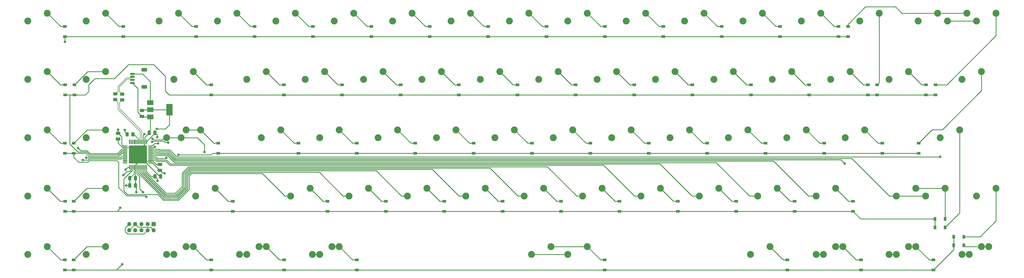
<source format=gbr>
%TF.GenerationSoftware,KiCad,Pcbnew,(6.0.7)*%
%TF.CreationDate,2022-08-26T18:50:00-04:00*%
%TF.ProjectId,thocc-master,74686f63-632d-46d6-9173-7465722e6b69,rev?*%
%TF.SameCoordinates,Original*%
%TF.FileFunction,Copper,L2,Bot*%
%TF.FilePolarity,Positive*%
%FSLAX46Y46*%
G04 Gerber Fmt 4.6, Leading zero omitted, Abs format (unit mm)*
G04 Created by KiCad (PCBNEW (6.0.7)) date 2022-08-26 18:50:00*
%MOMM*%
%LPD*%
G01*
G04 APERTURE LIST*
G04 Aperture macros list*
%AMRoundRect*
0 Rectangle with rounded corners*
0 $1 Rounding radius*
0 $2 $3 $4 $5 $6 $7 $8 $9 X,Y pos of 4 corners*
0 Add a 4 corners polygon primitive as box body*
4,1,4,$2,$3,$4,$5,$6,$7,$8,$9,$2,$3,0*
0 Add four circle primitives for the rounded corners*
1,1,$1+$1,$2,$3*
1,1,$1+$1,$4,$5*
1,1,$1+$1,$6,$7*
1,1,$1+$1,$8,$9*
0 Add four rect primitives between the rounded corners*
20,1,$1+$1,$2,$3,$4,$5,0*
20,1,$1+$1,$4,$5,$6,$7,0*
20,1,$1+$1,$6,$7,$8,$9,0*
20,1,$1+$1,$8,$9,$2,$3,0*%
G04 Aperture macros list end*
%TA.AperFunction,ComponentPad*%
%ADD10C,2.250000*%
%TD*%
%TA.AperFunction,SMDPad,CuDef*%
%ADD11R,1.200000X0.900000*%
%TD*%
%TA.AperFunction,SMDPad,CuDef*%
%ADD12R,2.000000X1.500000*%
%TD*%
%TA.AperFunction,SMDPad,CuDef*%
%ADD13R,2.000000X3.800000*%
%TD*%
%TA.AperFunction,SMDPad,CuDef*%
%ADD14RoundRect,0.250000X0.475000X-0.250000X0.475000X0.250000X-0.475000X0.250000X-0.475000X-0.250000X0*%
%TD*%
%TA.AperFunction,SMDPad,CuDef*%
%ADD15RoundRect,0.250000X0.250000X0.475000X-0.250000X0.475000X-0.250000X-0.475000X0.250000X-0.475000X0*%
%TD*%
%TA.AperFunction,SMDPad,CuDef*%
%ADD16RoundRect,0.075000X0.075000X-0.662500X0.075000X0.662500X-0.075000X0.662500X-0.075000X-0.662500X0*%
%TD*%
%TA.AperFunction,SMDPad,CuDef*%
%ADD17RoundRect,0.075000X0.662500X-0.075000X0.662500X0.075000X-0.662500X0.075000X-0.662500X-0.075000X0*%
%TD*%
%TA.AperFunction,SMDPad,CuDef*%
%ADD18R,0.900000X1.200000*%
%TD*%
%TA.AperFunction,SMDPad,CuDef*%
%ADD19RoundRect,0.250000X-0.450000X0.262500X-0.450000X-0.262500X0.450000X-0.262500X0.450000X0.262500X0*%
%TD*%
%TA.AperFunction,SMDPad,CuDef*%
%ADD20RoundRect,0.250000X-0.250000X-0.475000X0.250000X-0.475000X0.250000X0.475000X-0.250000X0.475000X0*%
%TD*%
%TA.AperFunction,ComponentPad*%
%ADD21R,1.350000X1.350000*%
%TD*%
%TA.AperFunction,ComponentPad*%
%ADD22O,1.350000X1.350000*%
%TD*%
%TA.AperFunction,SMDPad,CuDef*%
%ADD23RoundRect,0.250000X0.262500X0.450000X-0.262500X0.450000X-0.262500X-0.450000X0.262500X-0.450000X0*%
%TD*%
%TA.AperFunction,SMDPad,CuDef*%
%ADD24RoundRect,0.150000X-0.625000X0.150000X-0.625000X-0.150000X0.625000X-0.150000X0.625000X0.150000X0*%
%TD*%
%TA.AperFunction,SMDPad,CuDef*%
%ADD25RoundRect,0.250000X-0.650000X0.350000X-0.650000X-0.350000X0.650000X-0.350000X0.650000X0.350000X0*%
%TD*%
%TA.AperFunction,SMDPad,CuDef*%
%ADD26RoundRect,0.250000X-0.475000X0.250000X-0.475000X-0.250000X0.475000X-0.250000X0.475000X0.250000X0*%
%TD*%
%TA.AperFunction,ViaPad*%
%ADD27C,0.800000*%
%TD*%
%TA.AperFunction,Conductor*%
%ADD28C,0.250000*%
%TD*%
%TA.AperFunction,Conductor*%
%ADD29C,0.200000*%
%TD*%
G04 APERTURE END LIST*
D10*
%TO.P,MX53,1,COL*%
%TO.N,Col2*%
X244264500Y-136787000D03*
%TO.P,MX53,2,ROW*%
%TO.N,Net-(D53-Pad2)*%
X250614500Y-134247000D03*
%TD*%
%TO.P,MX76,1,COL*%
%TO.N,Col7*%
X365708250Y-155837000D03*
%TO.P,MX76,2,ROW*%
%TO.N,Net-(D75-Pad2)*%
X372058250Y-153297000D03*
%TD*%
%TO.P,MX75,1,COL*%
%TO.N,Col7*%
X353802000Y-155837000D03*
%TO.P,MX75,2,ROW*%
%TO.N,Net-(D75-Pad2)*%
X360152000Y-153297000D03*
%TD*%
%TO.P,MX50,1,COL*%
%TO.N,Col15*%
X487152000Y-117737000D03*
%TO.P,MX50,2,ROW*%
%TO.N,Net-(D50-Pad2)*%
X493502000Y-115197000D03*
%TD*%
%TO.P,MX17,1,COL*%
%TO.N,Col15*%
X489533250Y-79637000D03*
%TO.P,MX17,2,ROW*%
%TO.N,Net-(D16-Pad2)*%
X495883250Y-77097000D03*
%TD*%
%TO.P,MX65,1,COL*%
%TO.N,Col14*%
X482389500Y-136787000D03*
%TO.P,MX65,2,ROW*%
%TO.N,Net-(D64-Pad2)*%
X488739500Y-134247000D03*
%TD*%
%TO.P,MX30,1,COL*%
%TO.N,Col11*%
X413333250Y-98687000D03*
%TO.P,MX30,2,ROW*%
%TO.N,Net-(D30-Pad2)*%
X419683250Y-96147000D03*
%TD*%
%TO.P,MX42,1,COL*%
%TO.N,Col6*%
X322845750Y-117737000D03*
%TO.P,MX42,2,ROW*%
%TO.N,Net-(D42-Pad2)*%
X329195750Y-115197000D03*
%TD*%
%TO.P,MX44,1,COL*%
%TO.N,Col8*%
X360945750Y-117737000D03*
%TO.P,MX44,2,ROW*%
%TO.N,Net-(D44-Pad2)*%
X367295750Y-115197000D03*
%TD*%
%TO.P,MX78,1,COL*%
%TO.N,Col11*%
X446670750Y-155837000D03*
%TO.P,MX78,2,ROW*%
%TO.N,Net-(D78-Pad2)*%
X453020750Y-153297000D03*
%TD*%
%TO.P,MX70,1,COL*%
%TO.N,Col2*%
X237120750Y-155837000D03*
%TO.P,MX70,2,ROW*%
%TO.N,Net-(D69-Pad2)*%
X243470750Y-153297000D03*
%TD*%
%TO.P,MX41,1,COL*%
%TO.N,Col5*%
X303795750Y-117737000D03*
%TO.P,MX41,2,ROW*%
%TO.N,Net-(D41-Pad2)*%
X310145750Y-115197000D03*
%TD*%
%TO.P,MX34,1,COL*%
%TO.N,Col15*%
X494295750Y-98687000D03*
%TO.P,MX34,2,ROW*%
%TO.N,Net-(D34-Pad2)*%
X500645750Y-96147000D03*
%TD*%
%TO.P,MX11,1,COL*%
%TO.N,Col10*%
X384758250Y-79637000D03*
%TO.P,MX11,2,ROW*%
%TO.N,Net-(D11-Pad2)*%
X391108250Y-77097000D03*
%TD*%
%TO.P,MX72,1,COL*%
%TO.N,Col3*%
X260933250Y-155837000D03*
%TO.P,MX72,2,ROW*%
%TO.N,Net-(D71-Pad2)*%
X267283250Y-153297000D03*
%TD*%
%TO.P,MX43,1,COL*%
%TO.N,Col7*%
X341895750Y-117737000D03*
%TO.P,MX43,2,ROW*%
%TO.N,Net-(D43-Pad2)*%
X348245750Y-115197000D03*
%TD*%
%TO.P,MX71,1,COL*%
%TO.N,Col3*%
X258552000Y-155837000D03*
%TO.P,MX71,2,ROW*%
%TO.N,Net-(D71-Pad2)*%
X264902000Y-153297000D03*
%TD*%
%TO.P,MX52,1,COL*%
%TO.N,Col1*%
X208545750Y-136787000D03*
%TO.P,MX52,2,ROW*%
%TO.N,Net-(D52-Pad2)*%
X214895750Y-134247000D03*
%TD*%
%TO.P,MX57,1,COL*%
%TO.N,Col6*%
X332370750Y-136787000D03*
%TO.P,MX57,2,ROW*%
%TO.N,Net-(D57-Pad2)*%
X338720750Y-134247000D03*
%TD*%
%TO.P,MX18,1,COL*%
%TO.N,Col15*%
X499058250Y-79637000D03*
%TO.P,MX18,2,ROW*%
%TO.N,Net-(D17-Pad2)*%
X505408250Y-77097000D03*
%TD*%
%TO.P,MX40,1,COL*%
%TO.N,Col4*%
X284745750Y-117737000D03*
%TO.P,MX40,2,ROW*%
%TO.N,Net-(D40-Pad2)*%
X291095750Y-115197000D03*
%TD*%
%TO.P,MX15,1,COL*%
%TO.N,Col14*%
X460958250Y-79637000D03*
%TO.P,MX15,2,ROW*%
%TO.N,Net-(D15-Pad2)*%
X467308250Y-77097000D03*
%TD*%
%TO.P,MX26,1,COL*%
%TO.N,Col7*%
X337133250Y-98687000D03*
%TO.P,MX26,2,ROW*%
%TO.N,Net-(D26-Pad2)*%
X343483250Y-96147000D03*
%TD*%
%TO.P,MX39,1,COL*%
%TO.N,Col3*%
X265695750Y-117737000D03*
%TO.P,MX39,2,ROW*%
%TO.N,Net-(D39-Pad2)*%
X272045750Y-115197000D03*
%TD*%
%TO.P,MX7,1,COL*%
%TO.N,Col6*%
X308558250Y-79637000D03*
%TO.P,MX7,2,ROW*%
%TO.N,Net-(D7-Pad2)*%
X314908250Y-77097000D03*
%TD*%
%TO.P,MX54,1,COL*%
%TO.N,Col3*%
X275220750Y-136787000D03*
%TO.P,MX54,2,ROW*%
%TO.N,Net-(D54-Pad2)*%
X281570750Y-134247000D03*
%TD*%
%TO.P,MX3,1,COL*%
%TO.N,Col2*%
X232358250Y-79637000D03*
%TO.P,MX3,2,ROW*%
%TO.N,Net-(D3-Pad2)*%
X238708250Y-77097000D03*
%TD*%
%TO.P,MX20,1,COL*%
%TO.N,Col1*%
X208545750Y-98687000D03*
%TO.P,MX20,2,ROW*%
%TO.N,Net-(D20-Pad2)*%
X214895750Y-96147000D03*
%TD*%
%TO.P,MX51,1,COL*%
%TO.N,Col0*%
X189495750Y-136787000D03*
%TO.P,MX51,2,ROW*%
%TO.N,Net-(D51-Pad2)*%
X195845750Y-134247000D03*
%TD*%
%TO.P,MX63,1,COL*%
%TO.N,Col12*%
X446670750Y-136787000D03*
%TO.P,MX63,2,ROW*%
%TO.N,Net-(D63-Pad2)*%
X453020750Y-134247000D03*
%TD*%
%TO.P,MX61,1,COL*%
%TO.N,Col10*%
X408570750Y-136787000D03*
%TO.P,MX61,2,ROW*%
%TO.N,Net-(D61-Pad2)*%
X414920750Y-134247000D03*
%TD*%
%TO.P,MX82,1,COL*%
%TO.N,Col14*%
X494295750Y-155837000D03*
%TO.P,MX82,2,ROW*%
%TO.N,Net-(D82-Pad2)*%
X500645750Y-153297000D03*
%TD*%
%TO.P,MX14,1,COL*%
%TO.N,Col13*%
X441908250Y-79637000D03*
%TO.P,MX14,2,ROW*%
%TO.N,Net-(D14-Pad2)*%
X448258250Y-77097000D03*
%TD*%
%TO.P,MX49,1,COL*%
%TO.N,Col13*%
X456195750Y-117737000D03*
%TO.P,MX49,2,ROW*%
%TO.N,Net-(D49-Pad2)*%
X462545750Y-115197000D03*
%TD*%
%TO.P,MX2,1,COL*%
%TO.N,Col1*%
X208545750Y-79637000D03*
%TO.P,MX2,2,ROW*%
%TO.N,Net-(D2-Pad2)*%
X214895750Y-77097000D03*
%TD*%
%TO.P,MX36,1,COL*%
%TO.N,Col1*%
X208545750Y-117737000D03*
%TO.P,MX36,2,ROW*%
%TO.N,Net-(D36-Pad2)*%
X214895750Y-115197000D03*
%TD*%
%TO.P,MX64,1,COL*%
%TO.N,Col14*%
X472864500Y-136787000D03*
%TO.P,MX64,2,ROW*%
%TO.N,Net-(D64-Pad2)*%
X479214500Y-134247000D03*
%TD*%
%TO.P,MX47,1,COL*%
%TO.N,Col11*%
X418095750Y-117737000D03*
%TO.P,MX47,2,ROW*%
%TO.N,Net-(D47-Pad2)*%
X424445750Y-115197000D03*
%TD*%
%TO.P,MX56,1,COL*%
%TO.N,Col5*%
X313320750Y-136787000D03*
%TO.P,MX56,2,ROW*%
%TO.N,Net-(D56-Pad2)*%
X319670750Y-134247000D03*
%TD*%
%TO.P,MX83,1,COL*%
%TO.N,Col14*%
X496677000Y-155837000D03*
%TO.P,MX83,2,ROW*%
%TO.N,Net-(D82-Pad2)*%
X503027000Y-153297000D03*
%TD*%
%TO.P,MX8,1,COL*%
%TO.N,Col7*%
X327608250Y-79637000D03*
%TO.P,MX8,2,ROW*%
%TO.N,Net-(D8-Pad2)*%
X333958250Y-77097000D03*
%TD*%
%TO.P,MX13,1,COL*%
%TO.N,Col12*%
X422858250Y-79637000D03*
%TO.P,MX13,2,ROW*%
%TO.N,Net-(D13-Pad2)*%
X429208250Y-77097000D03*
%TD*%
%TO.P,MX80,1,COL*%
%TO.N,Col12*%
X470483250Y-155837000D03*
%TO.P,MX80,2,ROW*%
%TO.N,Net-(D80-Pad2)*%
X476833250Y-153297000D03*
%TD*%
%TO.P,MX1,1,COL*%
%TO.N,Col0*%
X189495750Y-79637000D03*
%TO.P,MX1,2,ROW*%
%TO.N,Net-(D1-Pad2)*%
X195845750Y-77097000D03*
%TD*%
%TO.P,MX62,1,COL*%
%TO.N,Col11*%
X427620750Y-136787000D03*
%TO.P,MX62,2,ROW*%
%TO.N,Net-(D62-Pad2)*%
X433970750Y-134247000D03*
%TD*%
%TO.P,MX33,1,COL*%
%TO.N,Col14*%
X470483250Y-98687000D03*
%TO.P,MX33,2,ROW*%
%TO.N,Net-(D33-Pad2)*%
X476833250Y-96147000D03*
%TD*%
%TO.P,MX58,1,COL*%
%TO.N,Col7*%
X351420750Y-136787000D03*
%TO.P,MX58,2,ROW*%
%TO.N,Net-(D58-Pad2)*%
X357770750Y-134247000D03*
%TD*%
%TO.P,MX31,1,COL*%
%TO.N,Col12*%
X432383250Y-98687000D03*
%TO.P,MX31,2,ROW*%
%TO.N,Net-(D31-Pad2)*%
X438733250Y-96147000D03*
%TD*%
%TO.P,MX29,1,COL*%
%TO.N,Col10*%
X394283250Y-98687000D03*
%TO.P,MX29,2,ROW*%
%TO.N,Net-(D29-Pad2)*%
X400633250Y-96147000D03*
%TD*%
%TO.P,MX6,1,COL*%
%TO.N,Col5*%
X289508250Y-79637000D03*
%TO.P,MX6,2,ROW*%
%TO.N,Net-(D6-Pad2)*%
X295858250Y-77097000D03*
%TD*%
%TO.P,MX35,1,COL*%
%TO.N,Col0*%
X189495750Y-117737000D03*
%TO.P,MX35,2,ROW*%
%TO.N,Net-(D35-Pad2)*%
X195845750Y-115197000D03*
%TD*%
%TO.P,MX48,1,COL*%
%TO.N,Col12*%
X437145750Y-117737000D03*
%TO.P,MX48,2,ROW*%
%TO.N,Net-(D48-Pad2)*%
X443495750Y-115197000D03*
%TD*%
%TO.P,MX79,1,COL*%
%TO.N,Col11*%
X449052000Y-155837000D03*
%TO.P,MX79,2,ROW*%
%TO.N,Net-(D78-Pad2)*%
X455402000Y-153297000D03*
%TD*%
%TO.P,MX66,1,COL*%
%TO.N,Col15*%
X499058250Y-136787000D03*
%TO.P,MX66,2,ROW*%
%TO.N,Net-(D66-Pad2)*%
X505408250Y-134247000D03*
%TD*%
%TO.P,MX12,1,COL*%
%TO.N,Col11*%
X403808250Y-79637000D03*
%TO.P,MX12,2,ROW*%
%TO.N,Net-(D12-Pad2)*%
X410158250Y-77097000D03*
%TD*%
%TO.P,MX28,1,COL*%
%TO.N,Col9*%
X375233250Y-98687000D03*
%TO.P,MX28,2,ROW*%
%TO.N,Net-(D28-Pad2)*%
X381583250Y-96147000D03*
%TD*%
%TO.P,MX37,1,COL*%
%TO.N,Col2*%
X234739500Y-117737000D03*
%TO.P,MX37,2,ROW*%
%TO.N,Net-(D37-Pad2)*%
X241089500Y-115197000D03*
%TD*%
%TO.P,MX59,1,COL*%
%TO.N,Col8*%
X370470750Y-136787000D03*
%TO.P,MX59,2,ROW*%
%TO.N,Net-(D59-Pad2)*%
X376820750Y-134247000D03*
%TD*%
%TO.P,MX81,1,COL*%
%TO.N,Col12*%
X472864500Y-155837000D03*
%TO.P,MX81,2,ROW*%
%TO.N,Net-(D80-Pad2)*%
X479214500Y-153297000D03*
%TD*%
%TO.P,MX45,1,COL*%
%TO.N,Col9*%
X379995750Y-117737000D03*
%TO.P,MX45,2,ROW*%
%TO.N,Net-(D45-Pad2)*%
X386345750Y-115197000D03*
%TD*%
%TO.P,MX55,1,COL*%
%TO.N,Col4*%
X294270750Y-136787000D03*
%TO.P,MX55,2,ROW*%
%TO.N,Net-(D55-Pad2)*%
X300620750Y-134247000D03*
%TD*%
%TO.P,MX25,1,COL*%
%TO.N,Col6*%
X318083250Y-98687000D03*
%TO.P,MX25,2,ROW*%
%TO.N,Net-(D25-Pad2)*%
X324433250Y-96147000D03*
%TD*%
%TO.P,MX4,1,COL*%
%TO.N,Col3*%
X251408250Y-79637000D03*
%TO.P,MX4,2,ROW*%
%TO.N,Net-(D4-Pad2)*%
X257758250Y-77097000D03*
%TD*%
%TO.P,MX69,1,COL*%
%TO.N,Col2*%
X234739500Y-155837000D03*
%TO.P,MX69,2,ROW*%
%TO.N,Net-(D69-Pad2)*%
X241089500Y-153297000D03*
%TD*%
%TO.P,MX32,1,COL*%
%TO.N,Col13*%
X451433250Y-98687000D03*
%TO.P,MX32,2,ROW*%
%TO.N,Net-(D32-Pad2)*%
X457783250Y-96147000D03*
%TD*%
%TO.P,MX9,1,COL*%
%TO.N,Col8*%
X346658250Y-79637000D03*
%TO.P,MX9,2,ROW*%
%TO.N,Net-(D9-Pad2)*%
X353008250Y-77097000D03*
%TD*%
%TO.P,MX73,1,COL*%
%TO.N,Col4*%
X282364500Y-155837000D03*
%TO.P,MX73,2,ROW*%
%TO.N,Net-(D73-Pad2)*%
X288714500Y-153297000D03*
%TD*%
%TO.P,MX27,1,COL*%
%TO.N,Col8*%
X356183250Y-98687000D03*
%TO.P,MX27,2,ROW*%
%TO.N,Net-(D27-Pad2)*%
X362533250Y-96147000D03*
%TD*%
%TO.P,MX74,1,COL*%
%TO.N,Col4*%
X284745750Y-155837000D03*
%TO.P,MX74,2,ROW*%
%TO.N,Net-(D73-Pad2)*%
X291095750Y-153297000D03*
%TD*%
%TO.P,MX46,1,COL*%
%TO.N,Col10*%
X399045750Y-117737000D03*
%TO.P,MX46,2,ROW*%
%TO.N,Net-(D46-Pad2)*%
X405395750Y-115197000D03*
%TD*%
%TO.P,MX19,1,COL*%
%TO.N,Col0*%
X189495750Y-98687000D03*
%TO.P,MX19,2,ROW*%
%TO.N,Net-(D19-Pad2)*%
X195845750Y-96147000D03*
%TD*%
%TO.P,MX24,1,COL*%
%TO.N,Col5*%
X299033250Y-98687000D03*
%TO.P,MX24,2,ROW*%
%TO.N,Net-(D24-Pad2)*%
X305383250Y-96147000D03*
%TD*%
%TO.P,MX23,1,COL*%
%TO.N,Col4*%
X279983250Y-98687000D03*
%TO.P,MX23,2,ROW*%
%TO.N,Net-(D23-Pad2)*%
X286333250Y-96147000D03*
%TD*%
%TO.P,MX77,1,COL*%
%TO.N,Col10*%
X425239500Y-155837000D03*
%TO.P,MX77,2,ROW*%
%TO.N,Net-(D77-Pad2)*%
X431589500Y-153297000D03*
%TD*%
%TO.P,MX10,1,COL*%
%TO.N,Col9*%
X365708250Y-79637000D03*
%TO.P,MX10,2,ROW*%
%TO.N,Net-(D10-Pad2)*%
X372058250Y-77097000D03*
%TD*%
%TO.P,MX5,1,COL*%
%TO.N,Col4*%
X270458250Y-79637000D03*
%TO.P,MX5,2,ROW*%
%TO.N,Net-(D5-Pad2)*%
X276808250Y-77097000D03*
%TD*%
%TO.P,MX21,1,COL*%
%TO.N,Col2*%
X237120750Y-98687000D03*
%TO.P,MX21,2,ROW*%
%TO.N,Net-(D21-Pad2)*%
X243470750Y-96147000D03*
%TD*%
%TO.P,MX67,1,COL*%
%TO.N,Col0*%
X189495750Y-155837000D03*
%TO.P,MX67,2,ROW*%
%TO.N,Net-(D67-Pad2)*%
X195845750Y-153297000D03*
%TD*%
%TO.P,MX38,1,COL*%
%TO.N,Col2*%
X239502000Y-117737000D03*
%TO.P,MX38,2,ROW*%
%TO.N,Net-(D37-Pad2)*%
X245852000Y-115197000D03*
%TD*%
%TO.P,MX60,1,COL*%
%TO.N,Col9*%
X389520750Y-136787000D03*
%TO.P,MX60,2,ROW*%
%TO.N,Net-(D60-Pad2)*%
X395870750Y-134247000D03*
%TD*%
%TO.P,MX68,1,COL*%
%TO.N,Col1*%
X208545750Y-155837000D03*
%TO.P,MX68,2,ROW*%
%TO.N,Net-(D68-Pad2)*%
X214895750Y-153297000D03*
%TD*%
%TO.P,MX22,1,COL*%
%TO.N,Col3*%
X260933250Y-98687000D03*
%TO.P,MX22,2,ROW*%
%TO.N,Net-(D22-Pad2)*%
X267283250Y-96147000D03*
%TD*%
%TO.P,MX16,1,COL*%
%TO.N,Col14*%
X480008250Y-79637000D03*
%TO.P,MX16,2,ROW*%
%TO.N,Net-(D16-Pad2)*%
X486358250Y-77097000D03*
%TD*%
D11*
%TO.P,D78,1,K*%
%TO.N,Row4*%
X461300000Y-160950000D03*
%TO.P,D78,2,A*%
%TO.N,Net-(D78-Pad2)*%
X461300000Y-157650000D03*
%TD*%
D12*
%TO.P,U1,1,GND*%
%TO.N,GND*%
X229400000Y-110950000D03*
D13*
%TO.P,U1,2,VO*%
%TO.N,+3.3V*%
X235700000Y-108650000D03*
D12*
X229400000Y-108650000D03*
%TO.P,U1,3,VI*%
%TO.N,Net-(J1-Pad1)*%
X229400000Y-106350000D03*
%TD*%
D11*
%TO.P,D54,1,K*%
%TO.N,Row3*%
X287300000Y-141800000D03*
%TO.P,D54,2,A*%
%TO.N,Net-(D54-Pad2)*%
X287300000Y-138500000D03*
%TD*%
%TO.P,D4,1,K*%
%TO.N,Row0*%
X263450000Y-84750000D03*
%TO.P,D4,2,A*%
%TO.N,Net-(D4-Pad2)*%
X263450000Y-81450000D03*
%TD*%
%TO.P,D24,1,K*%
%TO.N,Row1*%
X311100000Y-103750000D03*
%TO.P,D24,2,A*%
%TO.N,Net-(D24-Pad2)*%
X311100000Y-100450000D03*
%TD*%
%TO.P,D25,1,K*%
%TO.N,Row1*%
X330100000Y-103750000D03*
%TO.P,D25,2,A*%
%TO.N,Net-(D25-Pad2)*%
X330100000Y-100450000D03*
%TD*%
%TO.P,D10,1,K*%
%TO.N,Row0*%
X377750000Y-84750000D03*
%TO.P,D10,2,A*%
%TO.N,Net-(D10-Pad2)*%
X377750000Y-81450000D03*
%TD*%
%TO.P,D27,1,K*%
%TO.N,Row1*%
X368200000Y-103750000D03*
%TO.P,D27,2,A*%
%TO.N,Net-(D27-Pad2)*%
X368200000Y-100450000D03*
%TD*%
%TO.P,D2,1,K*%
%TO.N,Row0*%
X220599000Y-84750000D03*
%TO.P,D2,2,A*%
%TO.N,Net-(D2-Pad2)*%
X220599000Y-81450000D03*
%TD*%
D14*
%TO.P,C3,1*%
%TO.N,GND*%
X226750000Y-110800000D03*
%TO.P,C3,2*%
%TO.N,+3.3V*%
X226750000Y-108900000D03*
%TD*%
D11*
%TO.P,D1,1,K*%
%TO.N,Row0*%
X201549000Y-84750000D03*
%TO.P,D1,2,A*%
%TO.N,Net-(D1-Pad2)*%
X201549000Y-81450000D03*
%TD*%
D15*
%TO.P,C7,1*%
%TO.N,GND*%
X232850000Y-130350000D03*
%TO.P,C7,2*%
%TO.N,+3.3V*%
X230950000Y-130350000D03*
%TD*%
D16*
%TO.P,U2,1,VBAT*%
%TO.N,+3.3V*%
X228150000Y-127412500D03*
%TO.P,U2,2,PC13*%
%TO.N,Col8*%
X227650000Y-127412500D03*
%TO.P,U2,3,PC14*%
%TO.N,Col7*%
X227150000Y-127412500D03*
%TO.P,U2,4,PC15*%
%TO.N,Col6*%
X226650000Y-127412500D03*
%TO.P,U2,5,PF0*%
%TO.N,Col5*%
X226150000Y-127412500D03*
%TO.P,U2,6,PF1*%
%TO.N,Col4*%
X225650000Y-127412500D03*
%TO.P,U2,7,NRST*%
%TO.N,Net-(J2-Pad5)*%
X225150000Y-127412500D03*
%TO.P,U2,8,VSSA*%
%TO.N,GND*%
X224650000Y-127412500D03*
%TO.P,U2,9,VDDA*%
%TO.N,+3.3V*%
X224150000Y-127412500D03*
%TO.P,U2,10,PA0*%
%TO.N,Col3*%
X223650000Y-127412500D03*
%TO.P,U2,11,PA1*%
%TO.N,Row4*%
X223150000Y-127412500D03*
%TO.P,U2,12,PA2*%
%TO.N,Row3*%
X222650000Y-127412500D03*
D17*
%TO.P,U2,13,PA3*%
%TO.N,unconnected-(U2-Pad13)*%
X221237500Y-126000000D03*
%TO.P,U2,14,PA4*%
%TO.N,unconnected-(U2-Pad14)*%
X221237500Y-125500000D03*
%TO.P,U2,15,PA5*%
%TO.N,unconnected-(U2-Pad15)*%
X221237500Y-125000000D03*
%TO.P,U2,16,PA6*%
%TO.N,Col0*%
X221237500Y-124500000D03*
%TO.P,U2,17,PA7*%
%TO.N,Col1*%
X221237500Y-124000000D03*
%TO.P,U2,18,PB0*%
%TO.N,unconnected-(U2-Pad18)*%
X221237500Y-123500000D03*
%TO.P,U2,19,PB1*%
%TO.N,unconnected-(U2-Pad19)*%
X221237500Y-123000000D03*
%TO.P,U2,20,PB2*%
%TO.N,Row2*%
X221237500Y-122500000D03*
%TO.P,U2,21,PB10*%
%TO.N,Row1*%
X221237500Y-122000000D03*
%TO.P,U2,22,PB11*%
%TO.N,Row0*%
X221237500Y-121500000D03*
%TO.P,U2,23,VSS*%
%TO.N,GND*%
X221237500Y-121000000D03*
%TO.P,U2,24,VDD*%
%TO.N,+3.3V*%
X221237500Y-120500000D03*
D16*
%TO.P,U2,25,PB12*%
%TO.N,unconnected-(U2-Pad25)*%
X222650000Y-119087500D03*
%TO.P,U2,26,PB13*%
%TO.N,unconnected-(U2-Pad26)*%
X223150000Y-119087500D03*
%TO.P,U2,27,PB14*%
%TO.N,unconnected-(U2-Pad27)*%
X223650000Y-119087500D03*
%TO.P,U2,28,PB15*%
%TO.N,unconnected-(U2-Pad28)*%
X224150000Y-119087500D03*
%TO.P,U2,29,PA8*%
%TO.N,unconnected-(U2-Pad29)*%
X224650000Y-119087500D03*
%TO.P,U2,30,PA9*%
%TO.N,unconnected-(U2-Pad30)*%
X225150000Y-119087500D03*
%TO.P,U2,31,PA10*%
%TO.N,Net-(R1-Pad1)*%
X225650000Y-119087500D03*
%TO.P,U2,32,PA11*%
%TO.N,/MCU_D-*%
X226150000Y-119087500D03*
%TO.P,U2,33,PA12*%
%TO.N,/MCU_D+*%
X226650000Y-119087500D03*
%TO.P,U2,34,PA13*%
%TO.N,Net-(J2-Pad1)*%
X227150000Y-119087500D03*
%TO.P,U2,35,VSS*%
%TO.N,GND*%
X227650000Y-119087500D03*
%TO.P,U2,36,VDDIO2*%
%TO.N,+3.3V*%
X228150000Y-119087500D03*
D17*
%TO.P,U2,37,PA14*%
%TO.N,Net-(J2-Pad6)*%
X229562500Y-120500000D03*
%TO.P,U2,38,PA15*%
%TO.N,Col2*%
X229562500Y-121000000D03*
%TO.P,U2,39,PB3*%
%TO.N,Col15*%
X229562500Y-121500000D03*
%TO.P,U2,40,PB4*%
%TO.N,Col14*%
X229562500Y-122000000D03*
%TO.P,U2,41,PB5*%
%TO.N,Col13*%
X229562500Y-122500000D03*
%TO.P,U2,42,PB6*%
%TO.N,Col12*%
X229562500Y-123000000D03*
%TO.P,U2,43,PB7*%
%TO.N,Col11*%
X229562500Y-123500000D03*
%TO.P,U2,44,BOOT0*%
%TO.N,Net-(J2-Pad3)*%
X229562500Y-124000000D03*
%TO.P,U2,45,PB8*%
%TO.N,Col10*%
X229562500Y-124500000D03*
%TO.P,U2,46,PB9*%
%TO.N,Col9*%
X229562500Y-125000000D03*
%TO.P,U2,47,VSS*%
%TO.N,GND*%
X229562500Y-125500000D03*
%TO.P,U2,48,VDD*%
%TO.N,+3.3V*%
X229562500Y-126000000D03*
%TD*%
D18*
%TO.P,D66,2,A*%
%TO.N,Net-(D66-Pad2)*%
X494900000Y-150100000D03*
%TO.P,D66,1,K*%
%TO.N,Row4*%
X491600000Y-150100000D03*
%TD*%
D11*
%TO.P,D17,1,K*%
%TO.N,Row1*%
X485600000Y-103750000D03*
%TO.P,D17,2,A*%
%TO.N,Net-(D17-Pad2)*%
X485600000Y-100450000D03*
%TD*%
%TO.P,D37,1,K*%
%TO.N,Row2*%
X251600000Y-122850000D03*
%TO.P,D37,2,A*%
%TO.N,Net-(D37-Pad2)*%
X251600000Y-119550000D03*
%TD*%
%TO.P,D48,1,K*%
%TO.N,Row2*%
X449300000Y-122850000D03*
%TO.P,D48,2,A*%
%TO.N,Net-(D48-Pad2)*%
X449300000Y-119550000D03*
%TD*%
%TO.P,D16,1,K*%
%TO.N,Row0*%
X457100000Y-84750000D03*
%TO.P,D16,2,A*%
%TO.N,Net-(D16-Pad2)*%
X457100000Y-81450000D03*
%TD*%
D19*
%TO.P,R2,1*%
%TO.N,/D+*%
X220300000Y-103537500D03*
%TO.P,R2,2*%
%TO.N,/MCU_D+*%
X220300000Y-105362500D03*
%TD*%
D11*
%TO.P,D59,1,K*%
%TO.N,Row3*%
X382500000Y-141800000D03*
%TO.P,D59,2,A*%
%TO.N,Net-(D59-Pad2)*%
X382500000Y-138500000D03*
%TD*%
%TO.P,D63,1,K*%
%TO.N,Row3*%
X458750000Y-141800000D03*
%TO.P,D63,2,A*%
%TO.N,Net-(D63-Pad2)*%
X458750000Y-138500000D03*
%TD*%
D18*
%TO.P,D82,1,K*%
%TO.N,Row4*%
X491600000Y-152900000D03*
%TO.P,D82,2,A*%
%TO.N,Net-(D82-Pad2)*%
X494900000Y-152900000D03*
%TD*%
D11*
%TO.P,D71,1,K*%
%TO.N,Row4*%
X273100000Y-160950000D03*
%TO.P,D71,2,A*%
%TO.N,Net-(D71-Pad2)*%
X273100000Y-157650000D03*
%TD*%
%TO.P,D62,1,K*%
%TO.N,Row3*%
X439700000Y-141800000D03*
%TO.P,D62,2,A*%
%TO.N,Net-(D62-Pad2)*%
X439700000Y-138500000D03*
%TD*%
%TO.P,D67,1,K*%
%TO.N,Row4*%
X201600000Y-160950000D03*
%TO.P,D67,2,A*%
%TO.N,Net-(D67-Pad2)*%
X201600000Y-157650000D03*
%TD*%
%TO.P,D77,1,K*%
%TO.N,Row4*%
X437300000Y-160950000D03*
%TO.P,D77,2,A*%
%TO.N,Net-(D77-Pad2)*%
X437300000Y-157650000D03*
%TD*%
%TO.P,D11,1,K*%
%TO.N,Row0*%
X396850000Y-84750000D03*
%TO.P,D11,2,A*%
%TO.N,Net-(D11-Pad2)*%
X396850000Y-81450000D03*
%TD*%
%TO.P,D30,1,K*%
%TO.N,Row1*%
X425400000Y-103750000D03*
%TO.P,D30,2,A*%
%TO.N,Net-(D30-Pad2)*%
X425400000Y-100450000D03*
%TD*%
%TO.P,D75,1,K*%
%TO.N,Row4*%
X377700000Y-160950000D03*
%TO.P,D75,2,A*%
%TO.N,Net-(D75-Pad2)*%
X377700000Y-157650000D03*
%TD*%
%TO.P,D5,1,K*%
%TO.N,Row0*%
X282500000Y-84750000D03*
%TO.P,D5,2,A*%
%TO.N,Net-(D5-Pad2)*%
X282500000Y-81450000D03*
%TD*%
%TO.P,D12,1,K*%
%TO.N,Row0*%
X415850000Y-84750000D03*
%TO.P,D12,2,A*%
%TO.N,Net-(D12-Pad2)*%
X415850000Y-81450000D03*
%TD*%
%TO.P,D57,1,K*%
%TO.N,Row3*%
X344450000Y-141800000D03*
%TO.P,D57,2,A*%
%TO.N,Net-(D57-Pad2)*%
X344450000Y-138500000D03*
%TD*%
%TO.P,D73,1,K*%
%TO.N,Row4*%
X296800000Y-160950000D03*
%TO.P,D73,2,A*%
%TO.N,Net-(D73-Pad2)*%
X296800000Y-157650000D03*
%TD*%
%TO.P,D3,1,K*%
%TO.N,Row0*%
X244400000Y-84750000D03*
%TO.P,D3,2,A*%
%TO.N,Net-(D3-Pad2)*%
X244400000Y-81450000D03*
%TD*%
%TO.P,D61,1,K*%
%TO.N,Row3*%
X420600000Y-141800000D03*
%TO.P,D61,2,A*%
%TO.N,Net-(D61-Pad2)*%
X420600000Y-138500000D03*
%TD*%
%TO.P,D34,1,K*%
%TO.N,Row2*%
X480100000Y-122850000D03*
%TO.P,D34,2,A*%
%TO.N,Net-(D34-Pad2)*%
X480100000Y-119550000D03*
%TD*%
%TO.P,D23,1,K*%
%TO.N,Row1*%
X292000000Y-103750000D03*
%TO.P,D23,2,A*%
%TO.N,Net-(D23-Pad2)*%
X292000000Y-100450000D03*
%TD*%
D20*
%TO.P,C2,1*%
%TO.N,GND*%
X229100000Y-116150000D03*
%TO.P,C2,2*%
%TO.N,+3.3V*%
X231000000Y-116150000D03*
%TD*%
D11*
%TO.P,D58,1,K*%
%TO.N,Row3*%
X363500000Y-141800000D03*
%TO.P,D58,2,A*%
%TO.N,Net-(D58-Pad2)*%
X363500000Y-138500000D03*
%TD*%
%TO.P,D35,1,K*%
%TO.N,Row2*%
X201549000Y-122850000D03*
%TO.P,D35,2,A*%
%TO.N,Net-(D35-Pad2)*%
X201549000Y-119550000D03*
%TD*%
D15*
%TO.P,C4,1*%
%TO.N,GND*%
X224650000Y-131000000D03*
%TO.P,C4,2*%
%TO.N,+3.3V*%
X222750000Y-131000000D03*
%TD*%
D11*
%TO.P,D36,1,K*%
%TO.N,Row2*%
X204500000Y-122850000D03*
%TO.P,D36,2,A*%
%TO.N,Net-(D36-Pad2)*%
X204500000Y-119550000D03*
%TD*%
%TO.P,D46,1,K*%
%TO.N,Row2*%
X411100000Y-122850000D03*
%TO.P,D46,2,A*%
%TO.N,Net-(D46-Pad2)*%
X411100000Y-119550000D03*
%TD*%
%TO.P,D14,1,K*%
%TO.N,Row0*%
X454000000Y-84750000D03*
%TO.P,D14,2,A*%
%TO.N,Net-(D14-Pad2)*%
X454000000Y-81450000D03*
%TD*%
%TO.P,D28,1,K*%
%TO.N,Row1*%
X387300000Y-103750000D03*
%TO.P,D28,2,A*%
%TO.N,Net-(D28-Pad2)*%
X387300000Y-100450000D03*
%TD*%
%TO.P,D51,1,K*%
%TO.N,Row3*%
X201700000Y-141800000D03*
%TO.P,D51,2,A*%
%TO.N,Net-(D51-Pad2)*%
X201700000Y-138500000D03*
%TD*%
%TO.P,D41,1,K*%
%TO.N,Row2*%
X315900000Y-122850000D03*
%TO.P,D41,2,A*%
%TO.N,Net-(D41-Pad2)*%
X315900000Y-119550000D03*
%TD*%
%TO.P,D32,1,K*%
%TO.N,Row1*%
X463500000Y-103750000D03*
%TO.P,D32,2,A*%
%TO.N,Net-(D32-Pad2)*%
X463500000Y-100450000D03*
%TD*%
%TO.P,D8,1,K*%
%TO.N,Row0*%
X339650000Y-84750000D03*
%TO.P,D8,2,A*%
%TO.N,Net-(D8-Pad2)*%
X339650000Y-81450000D03*
%TD*%
%TO.P,D80,1,K*%
%TO.N,Row4*%
X484950000Y-160950000D03*
%TO.P,D80,2,A*%
%TO.N,Net-(D80-Pad2)*%
X484950000Y-157650000D03*
%TD*%
%TO.P,D42,1,K*%
%TO.N,Row2*%
X334900000Y-122850000D03*
%TO.P,D42,2,A*%
%TO.N,Net-(D42-Pad2)*%
X334900000Y-119550000D03*
%TD*%
%TO.P,D21,1,K*%
%TO.N,Row1*%
X249300000Y-103750000D03*
%TO.P,D21,2,A*%
%TO.N,Net-(D21-Pad2)*%
X249300000Y-100450000D03*
%TD*%
D20*
%TO.P,C1,1*%
%TO.N,+3.3V*%
X222750000Y-133300000D03*
%TO.P,C1,2*%
%TO.N,GND*%
X224650000Y-133300000D03*
%TD*%
D21*
%TO.P,J2,1,Pin_1*%
%TO.N,Net-(J2-Pad1)*%
X230550000Y-145950000D03*
D22*
%TO.P,J2,2,Pin_2*%
%TO.N,GND*%
X230550000Y-147950000D03*
%TO.P,J2,3,Pin_3*%
%TO.N,Net-(J2-Pad3)*%
X228550000Y-145950000D03*
%TO.P,J2,4,Pin_4*%
%TO.N,+3.3V*%
X228550000Y-147950000D03*
%TO.P,J2,5,Pin_5*%
%TO.N,Net-(J2-Pad5)*%
X226550000Y-145950000D03*
%TO.P,J2,6,Pin_6*%
%TO.N,Net-(J2-Pad6)*%
X226550000Y-147950000D03*
%TO.P,J2,7,Pin_7*%
%TO.N,GND*%
X224550000Y-145950000D03*
%TO.P,J2,8,Pin_8*%
%TO.N,unconnected-(J2-Pad8)*%
X224550000Y-147950000D03*
%TO.P,J2,9,Pin_9*%
%TO.N,+3.3V*%
X222550000Y-145950000D03*
%TO.P,J2,10,Pin_10*%
%TO.N,GND*%
X222550000Y-147950000D03*
%TD*%
D11*
%TO.P,D43,1,K*%
%TO.N,Row2*%
X354000000Y-122850000D03*
%TO.P,D43,2,A*%
%TO.N,Net-(D43-Pad2)*%
X354000000Y-119550000D03*
%TD*%
%TO.P,D45,1,K*%
%TO.N,Row2*%
X392100000Y-122850000D03*
%TO.P,D45,2,A*%
%TO.N,Net-(D45-Pad2)*%
X392100000Y-119550000D03*
%TD*%
%TO.P,D68,1,K*%
%TO.N,Row4*%
X204450000Y-160950000D03*
%TO.P,D68,2,A*%
%TO.N,Net-(D68-Pad2)*%
X204450000Y-157650000D03*
%TD*%
%TO.P,D19,1,K*%
%TO.N,Row1*%
X201700000Y-103750000D03*
%TO.P,D19,2,A*%
%TO.N,Net-(D19-Pad2)*%
X201700000Y-100450000D03*
%TD*%
%TO.P,D26,1,K*%
%TO.N,Row1*%
X349200000Y-103750000D03*
%TO.P,D26,2,A*%
%TO.N,Net-(D26-Pad2)*%
X349200000Y-100450000D03*
%TD*%
%TO.P,D39,1,K*%
%TO.N,Row2*%
X277800000Y-122850000D03*
%TO.P,D39,2,A*%
%TO.N,Net-(D39-Pad2)*%
X277800000Y-119550000D03*
%TD*%
%TO.P,D7,1,K*%
%TO.N,Row0*%
X320600000Y-84750000D03*
%TO.P,D7,2,A*%
%TO.N,Net-(D7-Pad2)*%
X320600000Y-81450000D03*
%TD*%
D23*
%TO.P,R1,1*%
%TO.N,Net-(R1-Pad1)*%
X223762500Y-116650000D03*
%TO.P,R1,2*%
%TO.N,+3.3V*%
X221937500Y-116650000D03*
%TD*%
D24*
%TO.P,J1,1,Pin_1*%
%TO.N,Net-(J1-Pad1)*%
X223600000Y-96900000D03*
%TO.P,J1,2,Pin_2*%
%TO.N,/D-*%
X223600000Y-97900000D03*
%TO.P,J1,3,Pin_3*%
%TO.N,/D+*%
X223600000Y-98900000D03*
%TO.P,J1,4,Pin_4*%
%TO.N,GND*%
X223600000Y-99900000D03*
D25*
%TO.P,J1,MP*%
%TO.N,N/C*%
X227475000Y-101200000D03*
X227475000Y-95600000D03*
%TD*%
D11*
%TO.P,D55,1,K*%
%TO.N,Row3*%
X306350000Y-141800000D03*
%TO.P,D55,2,A*%
%TO.N,Net-(D55-Pad2)*%
X306350000Y-138500000D03*
%TD*%
%TO.P,D31,1,K*%
%TO.N,Row1*%
X444400000Y-103750000D03*
%TO.P,D31,2,A*%
%TO.N,Net-(D31-Pad2)*%
X444400000Y-100450000D03*
%TD*%
%TO.P,D22,1,K*%
%TO.N,Row1*%
X273000000Y-103750000D03*
%TO.P,D22,2,A*%
%TO.N,Net-(D22-Pad2)*%
X273000000Y-100450000D03*
%TD*%
%TO.P,D60,1,K*%
%TO.N,Row3*%
X401600000Y-141800000D03*
%TO.P,D60,2,A*%
%TO.N,Net-(D60-Pad2)*%
X401600000Y-138500000D03*
%TD*%
%TO.P,D15,1,K*%
%TO.N,Row1*%
X466600000Y-103750000D03*
%TO.P,D15,2,A*%
%TO.N,Net-(D15-Pad2)*%
X466600000Y-100450000D03*
%TD*%
%TO.P,D53,1,K*%
%TO.N,Row3*%
X256350000Y-141800000D03*
%TO.P,D53,2,A*%
%TO.N,Net-(D53-Pad2)*%
X256350000Y-138500000D03*
%TD*%
%TO.P,D20,1,K*%
%TO.N,Row1*%
X204700000Y-103750000D03*
%TO.P,D20,2,A*%
%TO.N,Net-(D20-Pad2)*%
X204700000Y-100450000D03*
%TD*%
%TO.P,D6,1,K*%
%TO.N,Row0*%
X301550000Y-84750000D03*
%TO.P,D6,2,A*%
%TO.N,Net-(D6-Pad2)*%
X301550000Y-81450000D03*
%TD*%
D26*
%TO.P,C5,1*%
%TO.N,GND*%
X232550000Y-126500000D03*
%TO.P,C5,2*%
%TO.N,+3.3V*%
X232550000Y-128400000D03*
%TD*%
D11*
%TO.P,D47,1,K*%
%TO.N,Row2*%
X430200000Y-122850000D03*
%TO.P,D47,2,A*%
%TO.N,Net-(D47-Pad2)*%
X430200000Y-119550000D03*
%TD*%
%TO.P,D56,1,K*%
%TO.N,Row3*%
X325400000Y-141800000D03*
%TO.P,D56,2,A*%
%TO.N,Net-(D56-Pad2)*%
X325400000Y-138500000D03*
%TD*%
%TO.P,D49,1,K*%
%TO.N,Row2*%
X468300000Y-122850000D03*
%TO.P,D49,2,A*%
%TO.N,Net-(D49-Pad2)*%
X468300000Y-119550000D03*
%TD*%
%TO.P,D69,1,K*%
%TO.N,Row4*%
X249300000Y-160950000D03*
%TO.P,D69,2,A*%
%TO.N,Net-(D69-Pad2)*%
X249300000Y-157650000D03*
%TD*%
%TO.P,D40,1,K*%
%TO.N,Row2*%
X296800000Y-122850000D03*
%TO.P,D40,2,A*%
%TO.N,Net-(D40-Pad2)*%
X296800000Y-119550000D03*
%TD*%
%TO.P,D52,1,K*%
%TO.N,Row3*%
X204450000Y-141800000D03*
%TO.P,D52,2,A*%
%TO.N,Net-(D52-Pad2)*%
X204450000Y-138500000D03*
%TD*%
%TO.P,D13,1,K*%
%TO.N,Row0*%
X434950000Y-84750000D03*
%TO.P,D13,2,A*%
%TO.N,Net-(D13-Pad2)*%
X434950000Y-81450000D03*
%TD*%
%TO.P,D9,1,K*%
%TO.N,Row0*%
X358700000Y-84750000D03*
%TO.P,D9,2,A*%
%TO.N,Net-(D9-Pad2)*%
X358700000Y-81450000D03*
%TD*%
D19*
%TO.P,R3,1*%
%TO.N,/D-*%
X218050000Y-103487500D03*
%TO.P,R3,2*%
%TO.N,/MCU_D-*%
X218050000Y-105312500D03*
%TD*%
D11*
%TO.P,D29,1,K*%
%TO.N,Row1*%
X406300000Y-103750000D03*
%TO.P,D29,2,A*%
%TO.N,Net-(D29-Pad2)*%
X406300000Y-100450000D03*
%TD*%
%TO.P,D33,1,K*%
%TO.N,Row1*%
X482500000Y-103750000D03*
%TO.P,D33,2,A*%
%TO.N,Net-(D33-Pad2)*%
X482500000Y-100450000D03*
%TD*%
D18*
%TO.P,D50,1,K*%
%TO.N,Row3*%
X485500000Y-147050000D03*
%TO.P,D50,2,A*%
%TO.N,Net-(D50-Pad2)*%
X488800000Y-147050000D03*
%TD*%
D11*
%TO.P,D44,1,K*%
%TO.N,Row2*%
X373000000Y-122850000D03*
%TO.P,D44,2,A*%
%TO.N,Net-(D44-Pad2)*%
X373000000Y-119550000D03*
%TD*%
D18*
%TO.P,D64,1,K*%
%TO.N,Row3*%
X485500000Y-144300000D03*
%TO.P,D64,2,A*%
%TO.N,Net-(D64-Pad2)*%
X488800000Y-144300000D03*
%TD*%
D14*
%TO.P,C6,1*%
%TO.N,GND*%
X218950000Y-118200000D03*
%TO.P,C6,2*%
%TO.N,+3.3V*%
X218950000Y-116300000D03*
%TD*%
D27*
%TO.N,+3.3V*%
X231800000Y-131775000D03*
X234075000Y-129325000D03*
X218950000Y-115100000D03*
X231750000Y-117550000D03*
X221100000Y-115250000D03*
X231575000Y-114875000D03*
X221550000Y-133300000D03*
%TO.N,GND*%
X224875500Y-135574500D03*
%TO.N,Row0*%
X205915373Y-121149704D03*
X201550000Y-86450000D03*
%TO.N,Row2*%
X228148649Y-137098647D03*
X238562500Y-123325500D03*
%TO.N,Row3*%
X219575500Y-140650000D03*
X221400000Y-128150000D03*
%TO.N,Row4*%
X220637299Y-129937299D03*
X220300000Y-159048286D03*
%TO.N,Col0*%
X207400000Y-125000000D03*
%TO.N,Col1*%
X208545750Y-124279750D03*
%TO.N,Col2*%
X247141999Y-122424500D03*
X230156049Y-118106049D03*
X230950000Y-120700000D03*
%TO.N,Col13*%
X456000000Y-126200000D03*
%TO.N,Col15*%
X487152000Y-124048000D03*
%TO.N,Net-(J2-Pad1)*%
X230050000Y-119150000D03*
X235321618Y-119360283D03*
X227500000Y-116600000D03*
%TO.N,Net-(J2-Pad3)*%
X234700500Y-124275500D03*
%TO.N,Net-(J2-Pad5)*%
X227030498Y-135530498D03*
%TO.N,Net-(J2-Pad6)*%
X231950000Y-119650000D03*
%TD*%
D28*
%TO.N,GND*%
X222550000Y-147950000D02*
X224550000Y-145950000D01*
%TO.N,+3.3V*%
X221200000Y-147300000D02*
X222550000Y-145950000D01*
X221200000Y-148300000D02*
X221200000Y-147300000D01*
X222100000Y-149200000D02*
X221200000Y-148300000D01*
X227300000Y-149200000D02*
X222100000Y-149200000D01*
X228550000Y-147950000D02*
X227300000Y-149200000D01*
%TO.N,GND*%
X225550000Y-146950000D02*
X224550000Y-145950000D01*
X229550000Y-146950000D02*
X225550000Y-146950000D01*
X230550000Y-147950000D02*
X229550000Y-146950000D01*
%TO.N,Col3*%
X273413000Y-136787000D02*
X275220750Y-136787000D01*
X273400000Y-136800000D02*
X273413000Y-136787000D01*
X266050000Y-129450000D02*
X273400000Y-136800000D01*
X242931980Y-129450000D02*
X266050000Y-129450000D01*
X242100000Y-130281980D02*
X242931980Y-129450000D01*
X242100000Y-134595584D02*
X242100000Y-130281980D01*
X238545584Y-138150000D02*
X242100000Y-134595584D01*
X233668020Y-138150000D02*
X238545584Y-138150000D01*
X232618020Y-137100000D02*
X233668020Y-138150000D01*
X222000000Y-136300000D02*
X231813604Y-136300000D01*
X231813604Y-136300000D02*
X232613604Y-137100000D01*
X220800000Y-135100000D02*
X222000000Y-136300000D01*
X220800000Y-131211073D02*
X220800000Y-135100000D01*
X232613604Y-137100000D02*
X232618020Y-137100000D01*
X223650000Y-128361073D02*
X220800000Y-131211073D01*
X223650000Y-127412500D02*
X223650000Y-128361073D01*
%TO.N,Col4*%
X225650000Y-129495584D02*
X225650000Y-127412500D01*
X228002208Y-131852208D02*
X228002208Y-131847792D01*
X232800000Y-136650000D02*
X228002208Y-131852208D01*
X232804416Y-136650000D02*
X232800000Y-136650000D01*
X233854416Y-137700000D02*
X232804416Y-136650000D01*
X242745584Y-129000000D02*
X241650000Y-130095584D01*
X241650000Y-130095584D02*
X241650000Y-134409188D01*
X284600000Y-129000000D02*
X242745584Y-129000000D01*
X292387000Y-136787000D02*
X284600000Y-129000000D01*
X294270750Y-136787000D02*
X292387000Y-136787000D01*
X241650000Y-134409188D02*
X238359188Y-137700000D01*
X238359188Y-137700000D02*
X233854416Y-137700000D01*
X228002208Y-131847792D02*
X225650000Y-129495584D01*
%TO.N,Col5*%
X311387000Y-136787000D02*
X313320750Y-136787000D01*
X242559188Y-128550000D02*
X303150000Y-128550000D01*
X303150000Y-128550000D02*
X311387000Y-136787000D01*
X241200000Y-134222792D02*
X241200000Y-129909188D01*
X226150000Y-129359188D02*
X234040812Y-137250000D01*
X234040812Y-137250000D02*
X238172792Y-137250000D01*
X238172792Y-137250000D02*
X241200000Y-134222792D01*
X241200000Y-129909188D02*
X242559188Y-128550000D01*
X226150000Y-127412500D02*
X226150000Y-129359188D01*
%TO.N,Col6*%
X330213000Y-136787000D02*
X332370750Y-136787000D01*
X330200000Y-136800000D02*
X330213000Y-136787000D01*
X242372792Y-128100000D02*
X321500000Y-128100000D01*
X321500000Y-128100000D02*
X330200000Y-136800000D01*
X240750000Y-129722792D02*
X242372792Y-128100000D01*
X240750000Y-134036396D02*
X240750000Y-129722792D01*
X226650000Y-129222792D02*
X234227208Y-136800000D01*
X234227208Y-136800000D02*
X237986396Y-136800000D01*
X237986396Y-136800000D02*
X240750000Y-134036396D01*
X226650000Y-127412500D02*
X226650000Y-129222792D01*
%TO.N,Col7*%
X227150000Y-129086396D02*
X227150000Y-127412500D01*
X234413604Y-136350000D02*
X227150000Y-129086396D01*
X237800000Y-136350000D02*
X234413604Y-136350000D01*
X240300000Y-129536396D02*
X240300000Y-133850000D01*
X340250000Y-127650000D02*
X242186396Y-127650000D01*
X349413000Y-136787000D02*
X349400000Y-136800000D01*
X349400000Y-136800000D02*
X340250000Y-127650000D01*
X351420750Y-136787000D02*
X349413000Y-136787000D01*
X242186396Y-127650000D02*
X240300000Y-129536396D01*
X240300000Y-133850000D02*
X237800000Y-136350000D01*
%TO.N,Col8*%
X368613000Y-136787000D02*
X370470750Y-136787000D01*
X368600000Y-136800000D02*
X368613000Y-136787000D01*
X359000000Y-127200000D02*
X368600000Y-136800000D01*
X242000000Y-127200000D02*
X359000000Y-127200000D01*
X239850000Y-129350000D02*
X242000000Y-127200000D01*
X234600000Y-135900000D02*
X237600000Y-135900000D01*
X237600000Y-135900000D02*
X239850000Y-133650000D01*
X227650000Y-128950000D02*
X234600000Y-135900000D01*
X227650000Y-127412500D02*
X227650000Y-128950000D01*
X239850000Y-133650000D02*
X239850000Y-129350000D01*
%TO.N,Net-(D16-Pad2)*%
X457100000Y-80750000D02*
X457100000Y-81450000D01*
X462819124Y-75030876D02*
X457100000Y-80750000D01*
X472580876Y-75030876D02*
X462819124Y-75030876D01*
X486358250Y-77097000D02*
X474647000Y-77097000D01*
X474647000Y-77097000D02*
X472580876Y-75030876D01*
%TO.N,Row4*%
X491600000Y-154300000D02*
X484950000Y-160950000D01*
X491600000Y-152900000D02*
X491600000Y-154300000D01*
X491600000Y-150100000D02*
X491600000Y-152900000D01*
%TO.N,Net-(D82-Pad2)*%
X495297000Y-153297000D02*
X494900000Y-152900000D01*
X500645750Y-153297000D02*
X495297000Y-153297000D01*
%TO.N,Net-(D66-Pad2)*%
X505408250Y-144891750D02*
X505408250Y-134247000D01*
X500200000Y-150100000D02*
X505408250Y-144891750D01*
X494900000Y-150100000D02*
X500200000Y-150100000D01*
%TO.N,+3.3V*%
X229700000Y-130350000D02*
X230950000Y-130350000D01*
X227000000Y-108650000D02*
X229400000Y-108650000D01*
X231750000Y-116900000D02*
X231000000Y-116150000D01*
X220570711Y-120500000D02*
X220150000Y-120079289D01*
X229400000Y-108650000D02*
X235700000Y-108650000D01*
X222750000Y-131000000D02*
X222750000Y-133300000D01*
X229562500Y-126000000D02*
X230150000Y-126000000D01*
X218950000Y-115100000D02*
X218950000Y-116300000D01*
X228150000Y-119087500D02*
X231000000Y-116237500D01*
X234075000Y-129325000D02*
X233475000Y-129325000D01*
X221100000Y-115250000D02*
X221100000Y-115812500D01*
X220150000Y-120079289D02*
X220150000Y-117450000D01*
X221237500Y-120500000D02*
X220570711Y-120500000D01*
X231800000Y-131775000D02*
X231800000Y-131200000D01*
X231750000Y-117550000D02*
X231750000Y-116900000D01*
X228150000Y-128800000D02*
X229700000Y-130350000D01*
X235700000Y-113550000D02*
X234375000Y-114875000D01*
X231000000Y-116237500D02*
X231000000Y-116150000D01*
X222750000Y-133300000D02*
X221550000Y-133300000D01*
X233475000Y-129325000D02*
X232550000Y-128400000D01*
X231800000Y-131200000D02*
X230950000Y-130350000D01*
X230150000Y-126000000D02*
X232550000Y-128400000D01*
X224150000Y-129600000D02*
X222750000Y-131000000D01*
X219000000Y-116300000D02*
X218950000Y-116300000D01*
X221100000Y-115812500D02*
X221937500Y-116650000D01*
X226750000Y-108900000D02*
X227000000Y-108650000D01*
X234375000Y-114875000D02*
X231575000Y-114875000D01*
X220150000Y-117450000D02*
X219000000Y-116300000D01*
X224150000Y-127412500D02*
X224150000Y-129600000D01*
X228150000Y-127412500D02*
X228150000Y-128800000D01*
X235700000Y-108650000D02*
X235700000Y-113550000D01*
%TO.N,GND*%
X227650000Y-125500000D02*
X228100000Y-125500000D01*
X232500000Y-130350000D02*
X228100000Y-125950000D01*
X226540685Y-121000000D02*
X227650000Y-119890685D01*
X221237500Y-121000000D02*
X220434315Y-121000000D01*
X228100000Y-125500000D02*
X229562500Y-125500000D01*
X231365685Y-126500000D02*
X230365685Y-125500000D01*
X225400000Y-109450000D02*
X226750000Y-110800000D01*
X226900000Y-110950000D02*
X229400000Y-110950000D01*
X229400000Y-110950000D02*
X229400000Y-115850000D01*
X225759315Y-125500000D02*
X227600000Y-125500000D01*
X227650000Y-119087500D02*
X227650000Y-117600000D01*
X224875500Y-135574500D02*
X224875500Y-133525500D01*
X232850000Y-130350000D02*
X232500000Y-130350000D01*
X225400000Y-101700000D02*
X225400000Y-109450000D01*
X230365685Y-125500000D02*
X229562500Y-125500000D01*
X228100000Y-125950000D02*
X228100000Y-125500000D01*
X224650000Y-127412500D02*
X224650000Y-126609315D01*
X227600000Y-125500000D02*
X227650000Y-125500000D01*
X226750000Y-110800000D02*
X226900000Y-110950000D01*
X221237500Y-121000000D02*
X226540685Y-121000000D01*
X218950000Y-119515685D02*
X218950000Y-118200000D01*
X223600000Y-99900000D02*
X225400000Y-101700000D01*
X224875500Y-133525500D02*
X224650000Y-133300000D01*
X229400000Y-115850000D02*
X229100000Y-116150000D01*
X220434315Y-121000000D02*
X218950000Y-119515685D01*
X232550000Y-126500000D02*
X231365685Y-126500000D01*
X227650000Y-117600000D02*
X229100000Y-116150000D01*
X224650000Y-126609315D02*
X225759315Y-125500000D01*
X226540685Y-121000000D02*
X226540685Y-124718630D01*
X224650000Y-131000000D02*
X224650000Y-133300000D01*
X227650000Y-119890685D02*
X227650000Y-119087500D01*
X226540685Y-124718630D02*
X225759315Y-125500000D01*
X224650000Y-127412500D02*
X224650000Y-131000000D01*
%TO.N,Row0*%
X209748097Y-122900000D02*
X218761523Y-122900000D01*
X220161523Y-121500000D02*
X221237500Y-121500000D01*
X282500000Y-84750000D02*
X301550000Y-84750000D01*
X263450000Y-84750000D02*
X282500000Y-84750000D01*
X457100000Y-84750000D02*
X454000000Y-84750000D01*
X358700000Y-84750000D02*
X377750000Y-84750000D01*
X206715669Y-121950000D02*
X208798097Y-121950000D01*
X201549000Y-86449000D02*
X201550000Y-86450000D01*
X244400000Y-84750000D02*
X263450000Y-84750000D01*
X218761523Y-122900000D02*
X220161523Y-121500000D01*
X377750000Y-84750000D02*
X396850000Y-84750000D01*
X220599000Y-84750000D02*
X244400000Y-84750000D01*
X320600000Y-84750000D02*
X339650000Y-84750000D01*
X415850000Y-84750000D02*
X434950000Y-84750000D01*
X434950000Y-84750000D02*
X454000000Y-84750000D01*
X201549000Y-84750000D02*
X201549000Y-86449000D01*
X396850000Y-84750000D02*
X415850000Y-84750000D01*
X205915373Y-121149704D02*
X206715669Y-121950000D01*
X339650000Y-84750000D02*
X358700000Y-84750000D01*
X301550000Y-84750000D02*
X320600000Y-84750000D01*
X201549000Y-84750000D02*
X220599000Y-84750000D01*
X208798097Y-121950000D02*
X209748097Y-122900000D01*
%TO.N,Net-(D1-Pad2)*%
X195845750Y-77097000D02*
X200198750Y-81450000D01*
X200198750Y-81450000D02*
X201549000Y-81450000D01*
%TO.N,Row1*%
X209400000Y-100450000D02*
X209400000Y-102600000D01*
X218918169Y-123379750D02*
X220297919Y-122000000D01*
X406300000Y-103750000D02*
X425400000Y-103750000D01*
X222350000Y-93850000D02*
X217750000Y-98450000D01*
X220297919Y-122000000D02*
X221237500Y-122000000D01*
X485600000Y-103750000D02*
X482500000Y-103750000D01*
X425400000Y-103750000D02*
X444400000Y-103750000D01*
X203150000Y-103750000D02*
X203200000Y-103800000D01*
X368200000Y-103750000D02*
X387300000Y-103750000D01*
X235600000Y-103750000D02*
X234350000Y-102500000D01*
X205800000Y-122400000D02*
X208611701Y-122400000D01*
X208611701Y-122400000D02*
X209591451Y-123379750D01*
X209400000Y-102600000D02*
X208250000Y-103750000D01*
X292000000Y-103750000D02*
X311100000Y-103750000D01*
X203600000Y-103750000D02*
X204700000Y-103750000D01*
X203200000Y-119800000D02*
X205800000Y-122400000D01*
X211400000Y-98450000D02*
X209400000Y-100450000D01*
X249300000Y-103750000D02*
X235600000Y-103750000D01*
X217750000Y-98450000D02*
X211400000Y-98450000D01*
X230550000Y-93850000D02*
X222350000Y-93850000D01*
X387300000Y-103750000D02*
X406300000Y-103750000D01*
X466600000Y-103750000D02*
X482500000Y-103750000D01*
X463500000Y-103750000D02*
X466600000Y-103750000D01*
X203200000Y-103800000D02*
X203200000Y-119800000D01*
X208250000Y-103750000D02*
X206750000Y-103750000D01*
X201700000Y-103750000D02*
X203150000Y-103750000D01*
X203150000Y-103750000D02*
X203600000Y-103750000D01*
X209591451Y-123379750D02*
X218918169Y-123379750D01*
X249300000Y-103750000D02*
X273000000Y-103750000D01*
X349200000Y-103750000D02*
X368200000Y-103750000D01*
X444400000Y-103750000D02*
X463500000Y-103750000D01*
X206750000Y-103750000D02*
X204700000Y-103750000D01*
X311100000Y-103750000D02*
X330100000Y-103750000D01*
X234350000Y-102500000D02*
X234350000Y-97650000D01*
X330100000Y-103750000D02*
X349200000Y-103750000D01*
X234350000Y-97650000D02*
X230550000Y-93850000D01*
X273000000Y-103750000D02*
X292000000Y-103750000D01*
%TO.N,Net-(D2-Pad2)*%
X214895750Y-77097000D02*
X219248750Y-81450000D01*
X219248750Y-81450000D02*
X220599000Y-81450000D01*
%TO.N,Row2*%
X334900000Y-122850000D02*
X354000000Y-122850000D01*
X220434315Y-122500000D02*
X219104565Y-123829750D01*
X221581802Y-136518198D02*
X221813604Y-136750000D01*
X249800000Y-122850000D02*
X251600000Y-122850000D01*
X277800000Y-122850000D02*
X296800000Y-122850000D01*
X208425305Y-122850000D02*
X204500000Y-122850000D01*
X449300000Y-122850000D02*
X468300000Y-122850000D01*
X251600000Y-122850000D02*
X277800000Y-122850000D01*
X204500000Y-124200000D02*
X204500000Y-122850000D01*
X201549000Y-122850000D02*
X204500000Y-122850000D01*
X315900000Y-122850000D02*
X334900000Y-122850000D01*
X219100000Y-132800000D02*
X219100000Y-134036396D01*
X206050000Y-125750000D02*
X209016146Y-125750000D01*
X209583073Y-125183073D02*
X218533073Y-125183073D01*
X218533073Y-125183073D02*
X219100000Y-125750000D01*
X221813604Y-136750000D02*
X227800002Y-136750000D01*
X219100000Y-134036396D02*
X221581802Y-136518198D01*
X480100000Y-122850000D02*
X476850000Y-122850000D01*
X249800000Y-122850000D02*
X249324500Y-123325500D01*
X354000000Y-122850000D02*
X373000000Y-122850000D01*
X219100000Y-125750000D02*
X219100000Y-132800000D01*
X219104565Y-123829750D02*
X209405055Y-123829750D01*
X209405055Y-123829750D02*
X208425305Y-122850000D01*
X206050000Y-125750000D02*
X204500000Y-124200000D01*
X221237500Y-122500000D02*
X220434315Y-122500000D01*
X411100000Y-122850000D02*
X430200000Y-122850000D01*
X209016146Y-125750000D02*
X209583073Y-125183073D01*
X227800002Y-136750000D02*
X228148649Y-137098647D01*
X468300000Y-122850000D02*
X476850000Y-122850000D01*
X392100000Y-122850000D02*
X411100000Y-122850000D01*
X249324500Y-123325500D02*
X238562500Y-123325500D01*
X373000000Y-122850000D02*
X392100000Y-122850000D01*
X296800000Y-122850000D02*
X315900000Y-122850000D01*
X430200000Y-122850000D02*
X449300000Y-122850000D01*
%TO.N,Net-(D3-Pad2)*%
X243061250Y-81450000D02*
X244400000Y-81450000D01*
X238708250Y-77097000D02*
X243061250Y-81450000D01*
%TO.N,Row3*%
X420600000Y-141800000D02*
X439700000Y-141800000D01*
X363500000Y-141800000D02*
X382500000Y-141800000D01*
X306350000Y-141800000D02*
X325400000Y-141800000D01*
X287300000Y-141800000D02*
X306350000Y-141800000D01*
X461250000Y-144300000D02*
X458750000Y-141800000D01*
X201700000Y-141800000D02*
X204450000Y-141800000D01*
X382500000Y-141800000D02*
X401600000Y-141800000D01*
X219575500Y-140824500D02*
X219575500Y-140650000D01*
X256350000Y-141800000D02*
X287300000Y-141800000D01*
X218600000Y-141800000D02*
X256350000Y-141800000D01*
X439700000Y-141800000D02*
X458750000Y-141800000D01*
X485500000Y-147050000D02*
X485500000Y-144300000D01*
X218600000Y-141800000D02*
X219575500Y-140824500D01*
X344450000Y-141800000D02*
X363500000Y-141800000D01*
X204450000Y-141800000D02*
X218600000Y-141800000D01*
X325400000Y-141800000D02*
X344450000Y-141800000D01*
X222650000Y-127412500D02*
X222137500Y-127412500D01*
X222137500Y-127412500D02*
X221400000Y-128150000D01*
X401600000Y-141800000D02*
X420600000Y-141800000D01*
X485500000Y-144300000D02*
X461250000Y-144300000D01*
%TO.N,Net-(D4-Pad2)*%
X262111250Y-81450000D02*
X263450000Y-81450000D01*
X257758250Y-77097000D02*
X262111250Y-81450000D01*
%TO.N,Row4*%
X222624677Y-128750000D02*
X223150000Y-128224677D01*
X273100000Y-160950000D02*
X296800000Y-160950000D01*
X201600000Y-160950000D02*
X204450000Y-160950000D01*
X223150000Y-128224677D02*
X223150000Y-127412500D01*
X377700000Y-160950000D02*
X437300000Y-160950000D01*
X218398286Y-160950000D02*
X220300000Y-159048286D01*
X218398286Y-160950000D02*
X249300000Y-160950000D01*
X204450000Y-160950000D02*
X218398286Y-160950000D01*
X220637299Y-129937299D02*
X221824598Y-128750000D01*
X461300000Y-160950000D02*
X484950000Y-160950000D01*
X221824598Y-128750000D02*
X222624677Y-128750000D01*
X296800000Y-160950000D02*
X377600000Y-160950000D01*
X249300000Y-160950000D02*
X273100000Y-160950000D01*
X437300000Y-160950000D02*
X461300000Y-160950000D01*
%TO.N,Net-(D5-Pad2)*%
X281161250Y-81450000D02*
X282500000Y-81450000D01*
X276808250Y-77097000D02*
X281161250Y-81450000D01*
%TO.N,Net-(D6-Pad2)*%
X300211250Y-81450000D02*
X301550000Y-81450000D01*
X295858250Y-77097000D02*
X300211250Y-81450000D01*
%TO.N,Net-(D7-Pad2)*%
X314908250Y-77097000D02*
X319261250Y-81450000D01*
X319261250Y-81450000D02*
X320600000Y-81450000D01*
%TO.N,Net-(D8-Pad2)*%
X338311250Y-81450000D02*
X339650000Y-81450000D01*
X333958250Y-77097000D02*
X338311250Y-81450000D01*
%TO.N,Net-(D9-Pad2)*%
X353008250Y-77097000D02*
X357361250Y-81450000D01*
X357361250Y-81450000D02*
X358700000Y-81450000D01*
%TO.N,Net-(D82-Pad2)*%
X500645750Y-153297000D02*
X503027000Y-153297000D01*
%TO.N,Net-(J1-Pad1)*%
X229400000Y-99400000D02*
X229400000Y-106350000D01*
X223600000Y-96900000D02*
X226900000Y-96900000D01*
X226900000Y-96900000D02*
X229400000Y-99400000D01*
%TO.N,Net-(D10-Pad2)*%
X376411250Y-81450000D02*
X377750000Y-81450000D01*
X372058250Y-77097000D02*
X376411250Y-81450000D01*
%TO.N,Net-(D11-Pad2)*%
X395461250Y-81450000D02*
X396850000Y-81450000D01*
X391108250Y-77097000D02*
X395461250Y-81450000D01*
%TO.N,Net-(D12-Pad2)*%
X410158250Y-77097000D02*
X414511250Y-81450000D01*
X414511250Y-81450000D02*
X415850000Y-81450000D01*
%TO.N,Net-(D13-Pad2)*%
X429208250Y-77097000D02*
X433561250Y-81450000D01*
X433561250Y-81450000D02*
X434950000Y-81450000D01*
%TO.N,Net-(D14-Pad2)*%
X448258250Y-77097000D02*
X452611250Y-81450000D01*
X452611250Y-81450000D02*
X454000000Y-81450000D01*
%TO.N,Net-(D15-Pad2)*%
X467308250Y-77097000D02*
X467308250Y-99741750D01*
X467308250Y-99741750D02*
X466600000Y-100450000D01*
%TO.N,Net-(D19-Pad2)*%
X200148750Y-100450000D02*
X201700000Y-100450000D01*
X195845750Y-96147000D02*
X200148750Y-100450000D01*
%TO.N,Net-(D20-Pad2)*%
X214895750Y-96147000D02*
X209003000Y-96147000D01*
X209003000Y-96147000D02*
X204700000Y-100450000D01*
%TO.N,Net-(D21-Pad2)*%
X243470750Y-96147000D02*
X247773750Y-100450000D01*
X247773750Y-100450000D02*
X249300000Y-100450000D01*
%TO.N,Net-(D22-Pad2)*%
X271586250Y-100450000D02*
X273000000Y-100450000D01*
X267283250Y-96147000D02*
X271586250Y-100450000D01*
%TO.N,Net-(D23-Pad2)*%
X290636250Y-100450000D02*
X292000000Y-100450000D01*
X286333250Y-96147000D02*
X290636250Y-100450000D01*
%TO.N,Net-(D24-Pad2)*%
X309686250Y-100450000D02*
X311100000Y-100450000D01*
X305383250Y-96147000D02*
X309686250Y-100450000D01*
%TO.N,Net-(D25-Pad2)*%
X324433250Y-96147000D02*
X328736250Y-100450000D01*
X328736250Y-100450000D02*
X330100000Y-100450000D01*
%TO.N,Net-(D26-Pad2)*%
X343483250Y-96147000D02*
X347786250Y-100450000D01*
X347786250Y-100450000D02*
X349200000Y-100450000D01*
%TO.N,Net-(D27-Pad2)*%
X362533250Y-96147000D02*
X366836250Y-100450000D01*
X366836250Y-100450000D02*
X368200000Y-100450000D01*
%TO.N,Net-(D28-Pad2)*%
X385886250Y-100450000D02*
X387300000Y-100450000D01*
X381583250Y-96147000D02*
X385886250Y-100450000D01*
%TO.N,Net-(D29-Pad2)*%
X400633250Y-96147000D02*
X404936250Y-100450000D01*
X404936250Y-100450000D02*
X406300000Y-100450000D01*
%TO.N,Net-(D30-Pad2)*%
X423986250Y-100450000D02*
X425400000Y-100450000D01*
X419683250Y-96147000D02*
X423986250Y-100450000D01*
%TO.N,Net-(D31-Pad2)*%
X443036250Y-100450000D02*
X444400000Y-100450000D01*
X438733250Y-96147000D02*
X443036250Y-100450000D01*
%TO.N,Net-(D32-Pad2)*%
X457783250Y-96147000D02*
X462086250Y-100450000D01*
X462086250Y-100450000D02*
X463500000Y-100450000D01*
%TO.N,Net-(D33-Pad2)*%
X476833250Y-96147000D02*
X481136250Y-100450000D01*
X481136250Y-100450000D02*
X482500000Y-100450000D01*
%TO.N,Net-(D34-Pad2)*%
X500645750Y-96147000D02*
X500645750Y-102354250D01*
X487900000Y-115100000D02*
X484550000Y-115100000D01*
X500645750Y-102354250D02*
X487900000Y-115100000D01*
X484550000Y-115100000D02*
X480100000Y-119550000D01*
%TO.N,Net-(D35-Pad2)*%
X200198750Y-119550000D02*
X201549000Y-119550000D01*
X195845750Y-115197000D02*
X200198750Y-119550000D01*
%TO.N,Net-(D36-Pad2)*%
X208853000Y-115197000D02*
X204500000Y-119550000D01*
X214895750Y-115197000D02*
X208853000Y-115197000D01*
%TO.N,Net-(D37-Pad2)*%
X250205000Y-119550000D02*
X251600000Y-119550000D01*
X245852000Y-115197000D02*
X250205000Y-119550000D01*
X241089500Y-115197000D02*
X245852000Y-115197000D01*
%TO.N,Net-(D39-Pad2)*%
X276398750Y-119550000D02*
X277800000Y-119550000D01*
X272045750Y-115197000D02*
X276398750Y-119550000D01*
%TO.N,Net-(D40-Pad2)*%
X291095750Y-115197000D02*
X295448750Y-119550000D01*
X295448750Y-119550000D02*
X296800000Y-119550000D01*
%TO.N,Net-(D41-Pad2)*%
X314498750Y-119550000D02*
X315900000Y-119550000D01*
X310145750Y-115197000D02*
X314498750Y-119550000D01*
%TO.N,Net-(D42-Pad2)*%
X329195750Y-115197000D02*
X333548750Y-119550000D01*
X333548750Y-119550000D02*
X334900000Y-119550000D01*
%TO.N,Net-(D43-Pad2)*%
X348245750Y-115197000D02*
X352598750Y-119550000D01*
X352598750Y-119550000D02*
X354000000Y-119550000D01*
%TO.N,Net-(D44-Pad2)*%
X367295750Y-115197000D02*
X371648750Y-119550000D01*
X371648750Y-119550000D02*
X373000000Y-119550000D01*
%TO.N,Net-(D45-Pad2)*%
X386345750Y-115197000D02*
X390698750Y-119550000D01*
X390698750Y-119550000D02*
X392100000Y-119550000D01*
%TO.N,Net-(D46-Pad2)*%
X409748750Y-119550000D02*
X411100000Y-119550000D01*
X405395750Y-115197000D02*
X409748750Y-119550000D01*
%TO.N,Net-(D47-Pad2)*%
X424445750Y-115197000D02*
X428798750Y-119550000D01*
X428798750Y-119550000D02*
X430200000Y-119550000D01*
%TO.N,Net-(D48-Pad2)*%
X443495750Y-115197000D02*
X447848750Y-119550000D01*
X447848750Y-119550000D02*
X449300000Y-119550000D01*
%TO.N,Net-(D49-Pad2)*%
X462545750Y-115197000D02*
X466898750Y-119550000D01*
X466898750Y-119550000D02*
X468300000Y-119550000D01*
%TO.N,Net-(D51-Pad2)*%
X200098750Y-138500000D02*
X201700000Y-138500000D01*
X195845750Y-134247000D02*
X200098750Y-138500000D01*
%TO.N,Net-(D52-Pad2)*%
X204550000Y-138500000D02*
X204450000Y-138500000D01*
X214895750Y-134247000D02*
X208803000Y-134247000D01*
X208803000Y-134247000D02*
X204550000Y-138500000D01*
%TO.N,Net-(D53-Pad2)*%
X250614500Y-134247000D02*
X254867500Y-138500000D01*
X254867500Y-138500000D02*
X256350000Y-138500000D01*
%TO.N,Net-(D54-Pad2)*%
X285823750Y-138500000D02*
X281570750Y-134247000D01*
X287300000Y-138500000D02*
X285823750Y-138500000D01*
%TO.N,Net-(D55-Pad2)*%
X300620750Y-134247000D02*
X304873750Y-138500000D01*
X304873750Y-138500000D02*
X306350000Y-138500000D01*
%TO.N,Net-(D56-Pad2)*%
X323923750Y-138500000D02*
X325400000Y-138500000D01*
X319670750Y-134247000D02*
X323923750Y-138500000D01*
%TO.N,Net-(D57-Pad2)*%
X342973750Y-138500000D02*
X344450000Y-138500000D01*
X338720750Y-134247000D02*
X342973750Y-138500000D01*
%TO.N,Net-(D58-Pad2)*%
X357770750Y-134247000D02*
X362023750Y-138500000D01*
X362023750Y-138500000D02*
X363500000Y-138500000D01*
%TO.N,Net-(D59-Pad2)*%
X376820750Y-134247000D02*
X381073750Y-138500000D01*
X381073750Y-138500000D02*
X382500000Y-138500000D01*
%TO.N,Net-(D60-Pad2)*%
X395870750Y-134247000D02*
X400123750Y-138500000D01*
X400123750Y-138500000D02*
X401600000Y-138500000D01*
%TO.N,Net-(D61-Pad2)*%
X419173750Y-138500000D02*
X420600000Y-138500000D01*
X414920750Y-134247000D02*
X419173750Y-138500000D01*
%TO.N,Net-(D62-Pad2)*%
X438223750Y-138500000D02*
X439700000Y-138500000D01*
X433970750Y-134247000D02*
X438223750Y-138500000D01*
%TO.N,Net-(D63-Pad2)*%
X457273750Y-138500000D02*
X458750000Y-138500000D01*
X453020750Y-134247000D02*
X457273750Y-138500000D01*
%TO.N,Net-(D64-Pad2)*%
X479214500Y-134247000D02*
X488739500Y-134247000D01*
X488739500Y-144239500D02*
X488800000Y-144300000D01*
X488739500Y-134247000D02*
X488739500Y-144239500D01*
%TO.N,Net-(D67-Pad2)*%
X200198750Y-157650000D02*
X201600000Y-157650000D01*
X195845750Y-153297000D02*
X200198750Y-157650000D01*
%TO.N,Net-(D68-Pad2)*%
X204450000Y-157650000D02*
X208803000Y-153297000D01*
X208803000Y-153297000D02*
X214895750Y-153297000D01*
%TO.N,Net-(D71-Pad2)*%
X264902000Y-153297000D02*
X267283250Y-153297000D01*
X267283250Y-153297000D02*
X271636250Y-157650000D01*
X271636250Y-157650000D02*
X273100000Y-157650000D01*
%TO.N,Net-(D73-Pad2)*%
X295448750Y-157650000D02*
X296800000Y-157650000D01*
X288714500Y-153297000D02*
X291095750Y-153297000D01*
X291095750Y-153297000D02*
X295448750Y-157650000D01*
%TO.N,Net-(D77-Pad2)*%
X437300000Y-157650000D02*
X435942500Y-157650000D01*
X435942500Y-157650000D02*
X431589500Y-153297000D01*
%TO.N,Net-(D78-Pad2)*%
X453020750Y-153297000D02*
X455402000Y-153297000D01*
X459755000Y-157650000D02*
X461300000Y-157650000D01*
X455402000Y-153297000D02*
X459755000Y-157650000D01*
%TO.N,Net-(D80-Pad2)*%
X479214500Y-153297000D02*
X483567500Y-157650000D01*
X476833250Y-153297000D02*
X479214500Y-153297000D01*
X483567500Y-157650000D02*
X484950000Y-157650000D01*
%TO.N,Col0*%
X219806646Y-124729750D02*
X220036396Y-124500000D01*
X207400000Y-125000000D02*
X207404250Y-125004250D01*
X209125500Y-125004250D02*
X209400000Y-124729750D01*
X220036396Y-124500000D02*
X221237500Y-124500000D01*
X209400000Y-124729750D02*
X219806646Y-124729750D01*
X207404250Y-125004250D02*
X209125500Y-125004250D01*
%TO.N,Col1*%
X219925000Y-123975000D02*
X219620250Y-124279750D01*
X219620250Y-124279750D02*
X208545750Y-124279750D01*
X221237500Y-123987500D02*
X221225000Y-123975000D01*
X221237500Y-124000000D02*
X221237500Y-123987500D01*
X221225000Y-123975000D02*
X219925000Y-123975000D01*
%TO.N,Col2*%
X239502000Y-117737000D02*
X244837000Y-117737000D01*
X233350000Y-118450000D02*
X234063000Y-117737000D01*
X247141999Y-120041999D02*
X247141999Y-122424500D01*
X230156049Y-118106049D02*
X230500000Y-118450000D01*
X230500000Y-118450000D02*
X233350000Y-118450000D01*
X244837000Y-117737000D02*
X246400000Y-119300000D01*
X234739500Y-155837000D02*
X237120750Y-155837000D01*
X230650000Y-121000000D02*
X230950000Y-120700000D01*
X239502000Y-117737000D02*
X234739500Y-117737000D01*
X229562500Y-121000000D02*
X230650000Y-121000000D01*
X234063000Y-117737000D02*
X234739500Y-117737000D01*
X246400000Y-119300000D02*
X247141999Y-120041999D01*
%TO.N,Col3*%
X260933250Y-155837000D02*
X258552000Y-155837000D01*
%TO.N,Col4*%
X282364500Y-155837000D02*
X284745750Y-155837000D01*
%TO.N,Col7*%
X353802000Y-155837000D02*
X365708250Y-155837000D01*
%TO.N,Col9*%
X231600000Y-125450000D02*
X234600000Y-125450000D01*
X235900000Y-126750000D02*
X377350000Y-126750000D01*
X231150000Y-125000000D02*
X231600000Y-125450000D01*
X377350000Y-126750000D02*
X387400000Y-136800000D01*
X387400000Y-136800000D02*
X387413000Y-136787000D01*
X229562500Y-125000000D02*
X231150000Y-125000000D01*
X234600000Y-125450000D02*
X235900000Y-126750000D01*
X387413000Y-136787000D02*
X389520750Y-136787000D01*
%TO.N,Col10*%
X406200000Y-136800000D02*
X406213000Y-136787000D01*
X234786396Y-125000000D02*
X236086396Y-126300000D01*
X406213000Y-136787000D02*
X408570750Y-136787000D01*
X229562500Y-124500000D02*
X231286396Y-124500000D01*
X231286396Y-124500000D02*
X231786396Y-125000000D01*
X231786396Y-125000000D02*
X234786396Y-125000000D01*
X395700000Y-126300000D02*
X406200000Y-136800000D01*
X236086396Y-126300000D02*
X395700000Y-126300000D01*
%TO.N,Col11*%
X425013000Y-136787000D02*
X427620750Y-136787000D01*
X446670750Y-155837000D02*
X449052000Y-155837000D01*
X237300000Y-125850000D02*
X414050000Y-125850000D01*
X235950000Y-124500000D02*
X237300000Y-125850000D01*
X235000805Y-123550500D02*
X235950000Y-124499695D01*
X235950000Y-124499695D02*
X235950000Y-124500000D01*
X231559188Y-123500000D02*
X231609688Y-123550500D01*
X229562500Y-123500000D02*
X231559188Y-123500000D01*
X414050000Y-125850000D02*
X425000000Y-136800000D01*
X231609688Y-123550500D02*
X235000805Y-123550500D01*
X425000000Y-136800000D02*
X425013000Y-136787000D01*
%TO.N,Col12*%
X231804594Y-123000000D02*
X231905094Y-123100500D01*
X229562500Y-123000000D02*
X231804594Y-123000000D01*
X444200000Y-136800000D02*
X444213000Y-136787000D01*
X235187201Y-123100500D02*
X237486701Y-125400000D01*
X444213000Y-136787000D02*
X446670750Y-136787000D01*
X432800000Y-125400000D02*
X444200000Y-136800000D01*
X470483250Y-155837000D02*
X472864500Y-155837000D01*
X231905094Y-123100500D02*
X235187201Y-123100500D01*
X237486701Y-125400000D02*
X432800000Y-125400000D01*
%TO.N,Col13*%
X234600000Y-122650500D02*
X235373597Y-122650500D01*
X231940990Y-122500000D02*
X232070495Y-122629505D01*
X229562500Y-122500000D02*
X231940990Y-122500000D01*
X237673097Y-124950000D02*
X238600000Y-124950000D01*
X232070495Y-122629505D02*
X232091490Y-122650500D01*
X236361549Y-123638452D02*
X236373097Y-123650000D01*
X251600000Y-124950000D02*
X454750000Y-124950000D01*
X454750000Y-124950000D02*
X456000000Y-126200000D01*
X235373597Y-122650500D02*
X236361549Y-123638452D01*
X236373097Y-123650000D02*
X237673097Y-124950000D01*
X232091490Y-122650500D02*
X234600000Y-122650500D01*
X238600000Y-124950000D02*
X251600000Y-124950000D01*
%TO.N,Col14*%
X235559993Y-122200500D02*
X237859493Y-124500000D01*
X470587000Y-136787000D02*
X472864500Y-136787000D01*
X494295750Y-155837000D02*
X496677000Y-155837000D01*
X472864500Y-136787000D02*
X482389500Y-136787000D01*
X458300000Y-124500000D02*
X470587000Y-136787000D01*
X237859493Y-124500000D02*
X458300000Y-124500000D01*
X229562500Y-122000000D02*
X232077386Y-122000000D01*
X232277886Y-122200500D02*
X235559993Y-122200500D01*
X232077386Y-122000000D02*
X232277886Y-122200500D01*
%TO.N,Col15*%
X232213782Y-121500000D02*
X232464282Y-121750500D01*
X238045889Y-124050000D02*
X487150000Y-124050000D01*
X487150000Y-124050000D02*
X487152000Y-124048000D01*
X229562500Y-121500000D02*
X232213782Y-121500000D01*
X232464282Y-121750500D02*
X235746389Y-121750500D01*
X489533250Y-79637000D02*
X499058250Y-79637000D01*
X235746389Y-121750500D02*
X238045889Y-124050000D01*
%TO.N,Net-(J2-Pad1)*%
X234250000Y-119300000D02*
X235261335Y-119300000D01*
X230050000Y-119150000D02*
X230300000Y-118900000D01*
X232300000Y-118900000D02*
X233850000Y-118900000D01*
X227150000Y-116950000D02*
X227500000Y-116600000D01*
X230300000Y-118900000D02*
X232300000Y-118900000D01*
X233850000Y-118900000D02*
X234250000Y-119300000D01*
X235261335Y-119300000D02*
X235321618Y-119360283D01*
X227150000Y-119087500D02*
X227150000Y-116950000D01*
%TO.N,Net-(J2-Pad3)*%
X234426000Y-124550000D02*
X234700500Y-124275500D01*
X231961396Y-124538604D02*
X231972792Y-124550000D01*
X231972792Y-124550000D02*
X233950000Y-124550000D01*
X229562500Y-124000000D02*
X231422792Y-124000000D01*
X231422792Y-124000000D02*
X231961396Y-124538604D01*
X233950000Y-124550000D02*
X234426000Y-124550000D01*
%TO.N,Net-(D16-Pad2)*%
X486358250Y-77097000D02*
X495883250Y-77097000D01*
%TO.N,Net-(J2-Pad5)*%
X225950000Y-130500000D02*
X225950000Y-134450000D01*
X227030498Y-135530498D02*
X225950000Y-134450000D01*
X225150000Y-127412500D02*
X225150000Y-129700000D01*
X225150000Y-129700000D02*
X225950000Y-130500000D01*
%TO.N,Net-(J2-Pad6)*%
X229562500Y-120500000D02*
X230050000Y-120500000D01*
X230050000Y-120500000D02*
X230650000Y-119900000D01*
X230900000Y-119650000D02*
X231950000Y-119650000D01*
X230650000Y-119900000D02*
X230900000Y-119650000D01*
%TO.N,Net-(R1-Pad1)*%
X225650000Y-118234315D02*
X225650000Y-119087500D01*
X223762500Y-116650000D02*
X224065685Y-116650000D01*
X224065685Y-116650000D02*
X225650000Y-118234315D01*
%TO.N,Net-(D17-Pad2)*%
X505408250Y-77097000D02*
X505408250Y-84391750D01*
X505408250Y-84391750D02*
X489350000Y-100450000D01*
X489350000Y-100450000D02*
X485600000Y-100450000D01*
%TO.N,Net-(D69-Pad2)*%
X241089500Y-153297000D02*
X243470750Y-153297000D01*
X243470750Y-153297000D02*
X247823750Y-157650000D01*
X247823750Y-157650000D02*
X249300000Y-157650000D01*
%TO.N,Net-(D75-Pad2)*%
X372058250Y-153297000D02*
X376411250Y-157650000D01*
X376411250Y-157650000D02*
X377700000Y-157650000D01*
X360152000Y-153297000D02*
X372058250Y-153297000D01*
D29*
%TO.N,/D-*%
X223600000Y-97900000D02*
X223325001Y-98174999D01*
X221706801Y-98174999D02*
X218924999Y-100956801D01*
X223325001Y-98174999D02*
X221706801Y-98174999D01*
X218924999Y-102612501D02*
X218050000Y-103487500D01*
X218924999Y-100956801D02*
X218924999Y-102612501D01*
%TO.N,/D+*%
X223600000Y-98900000D02*
X223325001Y-98625001D01*
X223325001Y-98625001D02*
X221893199Y-98625001D01*
X221893199Y-98625001D02*
X219375001Y-101143199D01*
X219375001Y-101143199D02*
X219375001Y-102612501D01*
X219375001Y-102612501D02*
X220300000Y-103537500D01*
%TO.N,/MCU_D+*%
X219425001Y-106237499D02*
X219425001Y-108306801D01*
X226625001Y-115506801D02*
X226625001Y-119062501D01*
X220300000Y-105362500D02*
X219425001Y-106237499D01*
X226625001Y-119062501D02*
X226650000Y-119087500D01*
X219425001Y-108306801D02*
X226625001Y-115506801D01*
%TO.N,/MCU_D-*%
X226174999Y-115693199D02*
X226174999Y-119062501D01*
X218974999Y-108493199D02*
X226174999Y-115693199D01*
X218974999Y-106237499D02*
X218974999Y-108493199D01*
X218050000Y-105312500D02*
X218974999Y-106237499D01*
X226174999Y-119062501D02*
X226150000Y-119087500D01*
D28*
%TO.N,Net-(D50-Pad2)*%
X493502000Y-142348000D02*
X488800000Y-147050000D01*
X493502000Y-115197000D02*
X493502000Y-142348000D01*
%TD*%
%TA.AperFunction,Conductor*%
%TO.N,GND*%
G36*
X227709065Y-120206892D02*
G01*
X227726705Y-120218229D01*
X227753908Y-120239103D01*
X227795775Y-120296442D01*
X227798099Y-120303567D01*
X227804044Y-120323813D01*
X227817583Y-120325842D01*
X227877194Y-120317994D01*
X227877427Y-120319765D01*
X227922507Y-120319766D01*
X227922676Y-120318481D01*
X228032669Y-120332962D01*
X228032670Y-120332962D01*
X228036756Y-120333500D01*
X228190500Y-120333500D01*
X228258621Y-120353502D01*
X228305114Y-120407158D01*
X228316500Y-120459500D01*
X228316500Y-120613244D01*
X228317038Y-120617330D01*
X228317038Y-120617331D01*
X228331519Y-120727324D01*
X228329974Y-120727527D01*
X228329974Y-120772473D01*
X228331519Y-120772676D01*
X228317189Y-120881526D01*
X228316500Y-120886756D01*
X228316500Y-121113244D01*
X228317038Y-121117330D01*
X228317038Y-121117331D01*
X228331519Y-121227324D01*
X228329974Y-121227527D01*
X228329974Y-121272473D01*
X228331519Y-121272676D01*
X228316500Y-121386756D01*
X228316500Y-121613244D01*
X228317038Y-121617330D01*
X228317038Y-121617331D01*
X228331519Y-121727324D01*
X228329974Y-121727527D01*
X228329974Y-121772473D01*
X228331519Y-121772676D01*
X228316500Y-121886756D01*
X228316500Y-122113244D01*
X228317038Y-122117330D01*
X228317038Y-122117331D01*
X228331519Y-122227324D01*
X228329974Y-122227527D01*
X228329974Y-122272473D01*
X228331519Y-122272676D01*
X228316500Y-122386756D01*
X228316500Y-122613244D01*
X228317038Y-122617330D01*
X228317038Y-122617331D01*
X228331519Y-122727324D01*
X228329974Y-122727527D01*
X228329974Y-122772473D01*
X228331519Y-122772676D01*
X228316500Y-122886756D01*
X228316500Y-123113244D01*
X228317038Y-123117330D01*
X228317038Y-123117331D01*
X228331519Y-123227324D01*
X228329974Y-123227527D01*
X228329974Y-123272473D01*
X228331519Y-123272676D01*
X228316500Y-123386756D01*
X228316500Y-123613244D01*
X228317038Y-123617330D01*
X228317038Y-123617331D01*
X228331519Y-123727324D01*
X228329974Y-123727527D01*
X228329974Y-123772473D01*
X228331519Y-123772676D01*
X228316500Y-123886756D01*
X228316500Y-124113244D01*
X228317038Y-124117330D01*
X228317038Y-124117331D01*
X228331519Y-124227324D01*
X228329974Y-124227527D01*
X228329974Y-124272473D01*
X228331519Y-124272676D01*
X228316500Y-124386756D01*
X228316500Y-124613244D01*
X228317038Y-124617330D01*
X228317038Y-124617331D01*
X228331519Y-124727324D01*
X228329974Y-124727527D01*
X228329974Y-124772473D01*
X228331519Y-124772676D01*
X228316500Y-124886756D01*
X228316500Y-125113244D01*
X228317038Y-125117330D01*
X228317038Y-125117331D01*
X228331519Y-125227324D01*
X228330234Y-125227493D01*
X228330235Y-125272573D01*
X228332006Y-125272806D01*
X228324208Y-125332040D01*
X228326419Y-125346222D01*
X228345784Y-125351783D01*
X228405737Y-125389811D01*
X228410967Y-125396184D01*
X228431771Y-125423296D01*
X228457372Y-125489516D01*
X228443108Y-125559065D01*
X228431771Y-125576705D01*
X228410897Y-125603908D01*
X228353558Y-125645775D01*
X228346433Y-125648099D01*
X228326187Y-125654044D01*
X228324158Y-125667583D01*
X228332006Y-125727194D01*
X228330235Y-125727427D01*
X228330234Y-125772507D01*
X228331519Y-125772676D01*
X228316500Y-125886756D01*
X228316500Y-126040500D01*
X228296498Y-126108621D01*
X228242842Y-126155114D01*
X228190500Y-126166500D01*
X228036756Y-126166500D01*
X228032670Y-126167038D01*
X228032669Y-126167038D01*
X227922676Y-126181519D01*
X227922473Y-126179974D01*
X227877527Y-126179974D01*
X227877324Y-126181519D01*
X227767331Y-126167038D01*
X227767330Y-126167038D01*
X227763244Y-126166500D01*
X227536756Y-126166500D01*
X227532670Y-126167038D01*
X227532669Y-126167038D01*
X227422676Y-126181519D01*
X227422473Y-126179974D01*
X227377527Y-126179974D01*
X227377324Y-126181519D01*
X227267331Y-126167038D01*
X227267330Y-126167038D01*
X227263244Y-126166500D01*
X227036756Y-126166500D01*
X227032670Y-126167038D01*
X227032669Y-126167038D01*
X226922676Y-126181519D01*
X226922473Y-126179974D01*
X226877527Y-126179974D01*
X226877324Y-126181519D01*
X226767331Y-126167038D01*
X226767330Y-126167038D01*
X226763244Y-126166500D01*
X226536756Y-126166500D01*
X226532670Y-126167038D01*
X226532669Y-126167038D01*
X226422676Y-126181519D01*
X226422473Y-126179974D01*
X226377527Y-126179974D01*
X226377324Y-126181519D01*
X226267331Y-126167038D01*
X226267330Y-126167038D01*
X226263244Y-126166500D01*
X226036756Y-126166500D01*
X226032670Y-126167038D01*
X226032669Y-126167038D01*
X225922676Y-126181519D01*
X225922473Y-126179974D01*
X225877527Y-126179974D01*
X225877324Y-126181519D01*
X225767331Y-126167038D01*
X225767330Y-126167038D01*
X225763244Y-126166500D01*
X225536756Y-126166500D01*
X225532670Y-126167038D01*
X225532669Y-126167038D01*
X225422676Y-126181519D01*
X225422473Y-126179974D01*
X225377527Y-126179974D01*
X225377324Y-126181519D01*
X225267331Y-126167038D01*
X225267330Y-126167038D01*
X225263244Y-126166500D01*
X225036756Y-126166500D01*
X225032670Y-126167038D01*
X225032669Y-126167038D01*
X224922676Y-126181519D01*
X224922507Y-126180234D01*
X224877427Y-126180235D01*
X224877194Y-126182006D01*
X224817960Y-126174208D01*
X224803778Y-126176419D01*
X224798217Y-126195784D01*
X224760189Y-126255737D01*
X224753816Y-126260967D01*
X224726704Y-126281771D01*
X224660484Y-126307372D01*
X224590935Y-126293108D01*
X224573295Y-126281771D01*
X224546092Y-126260897D01*
X224504225Y-126203558D01*
X224501901Y-126196433D01*
X224495956Y-126176187D01*
X224482417Y-126174158D01*
X224422806Y-126182006D01*
X224422573Y-126180235D01*
X224377493Y-126180234D01*
X224377324Y-126181519D01*
X224267331Y-126167038D01*
X224267330Y-126167038D01*
X224263244Y-126166500D01*
X224036756Y-126166500D01*
X224032670Y-126167038D01*
X224032669Y-126167038D01*
X223922676Y-126181519D01*
X223922473Y-126179974D01*
X223877527Y-126179974D01*
X223877324Y-126181519D01*
X223767331Y-126167038D01*
X223767330Y-126167038D01*
X223763244Y-126166500D01*
X223536756Y-126166500D01*
X223532670Y-126167038D01*
X223532669Y-126167038D01*
X223422676Y-126181519D01*
X223422473Y-126179974D01*
X223377527Y-126179974D01*
X223377324Y-126181519D01*
X223267331Y-126167038D01*
X223267330Y-126167038D01*
X223263244Y-126166500D01*
X223036756Y-126166500D01*
X223032670Y-126167038D01*
X223032669Y-126167038D01*
X222922676Y-126181519D01*
X222922473Y-126179974D01*
X222877527Y-126179974D01*
X222877324Y-126181519D01*
X222767331Y-126167038D01*
X222767330Y-126167038D01*
X222763244Y-126166500D01*
X222609500Y-126166500D01*
X222541379Y-126146498D01*
X222494886Y-126092842D01*
X222483500Y-126040500D01*
X222483500Y-125886756D01*
X222468481Y-125772676D01*
X222470026Y-125772473D01*
X222470026Y-125727527D01*
X222468481Y-125727324D01*
X222482962Y-125617331D01*
X222482962Y-125617330D01*
X222483500Y-125613244D01*
X222483500Y-125386756D01*
X222468481Y-125272676D01*
X222470026Y-125272473D01*
X222470026Y-125227527D01*
X222468481Y-125227324D01*
X222482962Y-125117331D01*
X222482962Y-125117330D01*
X222483500Y-125113244D01*
X222483500Y-124886756D01*
X222468481Y-124772676D01*
X222470026Y-124772473D01*
X222470026Y-124727527D01*
X222468481Y-124727324D01*
X222482962Y-124617331D01*
X222482962Y-124617330D01*
X222483500Y-124613244D01*
X222483500Y-124386756D01*
X222468481Y-124272676D01*
X222470026Y-124272473D01*
X222470026Y-124227527D01*
X222468481Y-124227324D01*
X222482962Y-124117331D01*
X222482962Y-124117330D01*
X222483500Y-124113244D01*
X222483500Y-123886756D01*
X222468481Y-123772676D01*
X222470026Y-123772473D01*
X222470026Y-123727527D01*
X222468481Y-123727324D01*
X222482962Y-123617331D01*
X222482962Y-123617330D01*
X222483500Y-123613244D01*
X222483500Y-123386756D01*
X222468481Y-123272676D01*
X222470026Y-123272473D01*
X222470026Y-123227527D01*
X222468481Y-123227324D01*
X222482962Y-123117331D01*
X222482962Y-123117330D01*
X222483500Y-123113244D01*
X222483500Y-122886756D01*
X222468481Y-122772676D01*
X222470026Y-122772473D01*
X222470026Y-122727527D01*
X222468481Y-122727324D01*
X222482962Y-122617331D01*
X222482962Y-122617330D01*
X222483500Y-122613244D01*
X222483500Y-122386756D01*
X222468481Y-122272676D01*
X222470026Y-122272473D01*
X222470026Y-122227527D01*
X222468481Y-122227324D01*
X222482962Y-122117331D01*
X222482962Y-122117330D01*
X222483500Y-122113244D01*
X222483500Y-121886756D01*
X222468481Y-121772676D01*
X222470026Y-121772473D01*
X222470026Y-121727527D01*
X222468481Y-121727324D01*
X222482962Y-121617331D01*
X222482962Y-121617330D01*
X222483500Y-121613244D01*
X222483500Y-121386756D01*
X222468481Y-121272676D01*
X222469766Y-121272507D01*
X222469765Y-121227427D01*
X222467994Y-121227194D01*
X222475792Y-121167960D01*
X222473581Y-121153778D01*
X222454216Y-121148217D01*
X222394263Y-121110189D01*
X222389033Y-121103816D01*
X222368229Y-121076704D01*
X222342628Y-121010484D01*
X222356892Y-120940935D01*
X222368229Y-120923295D01*
X222389103Y-120896092D01*
X222446442Y-120854225D01*
X222453567Y-120851901D01*
X222473813Y-120845956D01*
X222475842Y-120832417D01*
X222467994Y-120772806D01*
X222469765Y-120772573D01*
X222469766Y-120727493D01*
X222468481Y-120727324D01*
X222482962Y-120617331D01*
X222482962Y-120617330D01*
X222483500Y-120613244D01*
X222483500Y-120459500D01*
X222503502Y-120391379D01*
X222557158Y-120344886D01*
X222609500Y-120333500D01*
X222763244Y-120333500D01*
X222767330Y-120332962D01*
X222767331Y-120332962D01*
X222877324Y-120318481D01*
X222877527Y-120320026D01*
X222922473Y-120320026D01*
X222922676Y-120318481D01*
X223032669Y-120332962D01*
X223032670Y-120332962D01*
X223036756Y-120333500D01*
X223263244Y-120333500D01*
X223267330Y-120332962D01*
X223267331Y-120332962D01*
X223377324Y-120318481D01*
X223377527Y-120320026D01*
X223422473Y-120320026D01*
X223422676Y-120318481D01*
X223532669Y-120332962D01*
X223532670Y-120332962D01*
X223536756Y-120333500D01*
X223763244Y-120333500D01*
X223767330Y-120332962D01*
X223767331Y-120332962D01*
X223877324Y-120318481D01*
X223877527Y-120320026D01*
X223922473Y-120320026D01*
X223922676Y-120318481D01*
X224032669Y-120332962D01*
X224032670Y-120332962D01*
X224036756Y-120333500D01*
X224263244Y-120333500D01*
X224267330Y-120332962D01*
X224267331Y-120332962D01*
X224377324Y-120318481D01*
X224377527Y-120320026D01*
X224422473Y-120320026D01*
X224422676Y-120318481D01*
X224532669Y-120332962D01*
X224532670Y-120332962D01*
X224536756Y-120333500D01*
X224763244Y-120333500D01*
X224767330Y-120332962D01*
X224767331Y-120332962D01*
X224877324Y-120318481D01*
X224877527Y-120320026D01*
X224922473Y-120320026D01*
X224922676Y-120318481D01*
X225032669Y-120332962D01*
X225032670Y-120332962D01*
X225036756Y-120333500D01*
X225263244Y-120333500D01*
X225267330Y-120332962D01*
X225267331Y-120332962D01*
X225377324Y-120318481D01*
X225377527Y-120320026D01*
X225422473Y-120320026D01*
X225422676Y-120318481D01*
X225532669Y-120332962D01*
X225532670Y-120332962D01*
X225536756Y-120333500D01*
X225763244Y-120333500D01*
X225767330Y-120332962D01*
X225767331Y-120332962D01*
X225877324Y-120318481D01*
X225877527Y-120320026D01*
X225922473Y-120320026D01*
X225922676Y-120318481D01*
X226032669Y-120332962D01*
X226032670Y-120332962D01*
X226036756Y-120333500D01*
X226263244Y-120333500D01*
X226267330Y-120332962D01*
X226267331Y-120332962D01*
X226377324Y-120318481D01*
X226377527Y-120320026D01*
X226422473Y-120320026D01*
X226422676Y-120318481D01*
X226532669Y-120332962D01*
X226532670Y-120332962D01*
X226536756Y-120333500D01*
X226763244Y-120333500D01*
X226767330Y-120332962D01*
X226767331Y-120332962D01*
X226877324Y-120318481D01*
X226877527Y-120320026D01*
X226922473Y-120320026D01*
X226922676Y-120318481D01*
X227032669Y-120332962D01*
X227032670Y-120332962D01*
X227036756Y-120333500D01*
X227263244Y-120333500D01*
X227267330Y-120332962D01*
X227267331Y-120332962D01*
X227377324Y-120318481D01*
X227377493Y-120319766D01*
X227422573Y-120319765D01*
X227422806Y-120317994D01*
X227482040Y-120325792D01*
X227496222Y-120323581D01*
X227501783Y-120304216D01*
X227539811Y-120244263D01*
X227546184Y-120239033D01*
X227573296Y-120218229D01*
X227639516Y-120192628D01*
X227709065Y-120206892D01*
G37*
%TD.AperFunction*%
%TD*%
M02*

</source>
